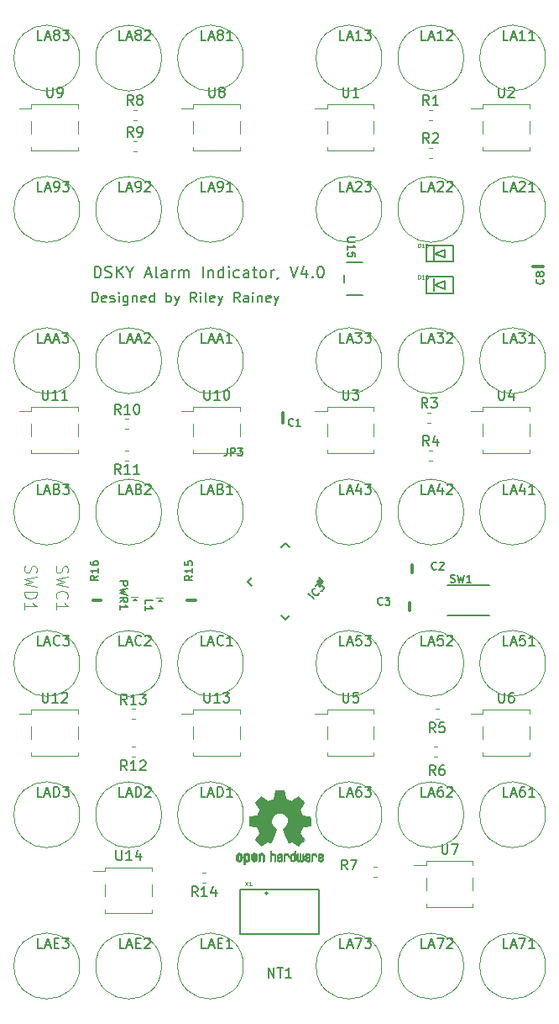
<source format=gbr>
G04 #@! TF.GenerationSoftware,KiCad,Pcbnew,(5.1.5)-3*
G04 #@! TF.CreationDate,2020-03-07T08:42:07-06:00*
G04 #@! TF.ProjectId,DSKY_alarm,44534b59-5f61-46c6-9172-6d2e6b696361,4*
G04 #@! TF.SameCoordinates,Original*
G04 #@! TF.FileFunction,Legend,Top*
G04 #@! TF.FilePolarity,Positive*
%FSLAX46Y46*%
G04 Gerber Fmt 4.6, Leading zero omitted, Abs format (unit mm)*
G04 Created by KiCad (PCBNEW (5.1.5)-3) date 2020-03-07 08:42:07*
%MOMM*%
%LPD*%
G04 APERTURE LIST*
%ADD10C,0.127000*%
%ADD11C,0.152400*%
%ADD12C,0.010000*%
%ADD13C,0.130000*%
%ADD14C,0.120000*%
%ADD15C,0.203200*%
%ADD16C,0.304800*%
%ADD17C,0.100000*%
%ADD18C,0.150000*%
%ADD19C,0.015000*%
%ADD20C,0.138988*%
%ADD21C,0.120650*%
%ADD22C,0.030886*%
G04 APERTURE END LIST*
D10*
X90337857Y-77922380D02*
X90337857Y-76922380D01*
X90575952Y-76922380D01*
X90718809Y-76970000D01*
X90814047Y-77065238D01*
X90861666Y-77160476D01*
X90909285Y-77350952D01*
X90909285Y-77493809D01*
X90861666Y-77684285D01*
X90814047Y-77779523D01*
X90718809Y-77874761D01*
X90575952Y-77922380D01*
X90337857Y-77922380D01*
X91718809Y-77874761D02*
X91623571Y-77922380D01*
X91433095Y-77922380D01*
X91337857Y-77874761D01*
X91290238Y-77779523D01*
X91290238Y-77398571D01*
X91337857Y-77303333D01*
X91433095Y-77255714D01*
X91623571Y-77255714D01*
X91718809Y-77303333D01*
X91766428Y-77398571D01*
X91766428Y-77493809D01*
X91290238Y-77589047D01*
X92147380Y-77874761D02*
X92242619Y-77922380D01*
X92433095Y-77922380D01*
X92528333Y-77874761D01*
X92575952Y-77779523D01*
X92575952Y-77731904D01*
X92528333Y-77636666D01*
X92433095Y-77589047D01*
X92290238Y-77589047D01*
X92195000Y-77541428D01*
X92147380Y-77446190D01*
X92147380Y-77398571D01*
X92195000Y-77303333D01*
X92290238Y-77255714D01*
X92433095Y-77255714D01*
X92528333Y-77303333D01*
X93004523Y-77922380D02*
X93004523Y-77255714D01*
X93004523Y-76922380D02*
X92956904Y-76970000D01*
X93004523Y-77017619D01*
X93052142Y-76970000D01*
X93004523Y-76922380D01*
X93004523Y-77017619D01*
X93909285Y-77255714D02*
X93909285Y-78065238D01*
X93861666Y-78160476D01*
X93814047Y-78208095D01*
X93718809Y-78255714D01*
X93575952Y-78255714D01*
X93480714Y-78208095D01*
X93909285Y-77874761D02*
X93814047Y-77922380D01*
X93623571Y-77922380D01*
X93528333Y-77874761D01*
X93480714Y-77827142D01*
X93433095Y-77731904D01*
X93433095Y-77446190D01*
X93480714Y-77350952D01*
X93528333Y-77303333D01*
X93623571Y-77255714D01*
X93814047Y-77255714D01*
X93909285Y-77303333D01*
X94385476Y-77255714D02*
X94385476Y-77922380D01*
X94385476Y-77350952D02*
X94433095Y-77303333D01*
X94528333Y-77255714D01*
X94671190Y-77255714D01*
X94766428Y-77303333D01*
X94814047Y-77398571D01*
X94814047Y-77922380D01*
X95671190Y-77874761D02*
X95575952Y-77922380D01*
X95385476Y-77922380D01*
X95290238Y-77874761D01*
X95242619Y-77779523D01*
X95242619Y-77398571D01*
X95290238Y-77303333D01*
X95385476Y-77255714D01*
X95575952Y-77255714D01*
X95671190Y-77303333D01*
X95718809Y-77398571D01*
X95718809Y-77493809D01*
X95242619Y-77589047D01*
X96575952Y-77922380D02*
X96575952Y-76922380D01*
X96575952Y-77874761D02*
X96480714Y-77922380D01*
X96290238Y-77922380D01*
X96195000Y-77874761D01*
X96147380Y-77827142D01*
X96099761Y-77731904D01*
X96099761Y-77446190D01*
X96147380Y-77350952D01*
X96195000Y-77303333D01*
X96290238Y-77255714D01*
X96480714Y-77255714D01*
X96575952Y-77303333D01*
X97814047Y-77922380D02*
X97814047Y-76922380D01*
X97814047Y-77303333D02*
X97909285Y-77255714D01*
X98099761Y-77255714D01*
X98195000Y-77303333D01*
X98242619Y-77350952D01*
X98290238Y-77446190D01*
X98290238Y-77731904D01*
X98242619Y-77827142D01*
X98195000Y-77874761D01*
X98099761Y-77922380D01*
X97909285Y-77922380D01*
X97814047Y-77874761D01*
X98623571Y-77255714D02*
X98861666Y-77922380D01*
X99099761Y-77255714D02*
X98861666Y-77922380D01*
X98766428Y-78160476D01*
X98718809Y-78208095D01*
X98623571Y-78255714D01*
X100814047Y-77922380D02*
X100480714Y-77446190D01*
X100242619Y-77922380D02*
X100242619Y-76922380D01*
X100623571Y-76922380D01*
X100718809Y-76970000D01*
X100766428Y-77017619D01*
X100814047Y-77112857D01*
X100814047Y-77255714D01*
X100766428Y-77350952D01*
X100718809Y-77398571D01*
X100623571Y-77446190D01*
X100242619Y-77446190D01*
X101242619Y-77922380D02*
X101242619Y-77255714D01*
X101242619Y-76922380D02*
X101195000Y-76970000D01*
X101242619Y-77017619D01*
X101290238Y-76970000D01*
X101242619Y-76922380D01*
X101242619Y-77017619D01*
X101861666Y-77922380D02*
X101766428Y-77874761D01*
X101718809Y-77779523D01*
X101718809Y-76922380D01*
X102623571Y-77874761D02*
X102528333Y-77922380D01*
X102337857Y-77922380D01*
X102242619Y-77874761D01*
X102195000Y-77779523D01*
X102195000Y-77398571D01*
X102242619Y-77303333D01*
X102337857Y-77255714D01*
X102528333Y-77255714D01*
X102623571Y-77303333D01*
X102671190Y-77398571D01*
X102671190Y-77493809D01*
X102195000Y-77589047D01*
X103004523Y-77255714D02*
X103242619Y-77922380D01*
X103480714Y-77255714D02*
X103242619Y-77922380D01*
X103147380Y-78160476D01*
X103099761Y-78208095D01*
X103004523Y-78255714D01*
X105195000Y-77922380D02*
X104861666Y-77446190D01*
X104623571Y-77922380D02*
X104623571Y-76922380D01*
X105004523Y-76922380D01*
X105099761Y-76970000D01*
X105147380Y-77017619D01*
X105195000Y-77112857D01*
X105195000Y-77255714D01*
X105147380Y-77350952D01*
X105099761Y-77398571D01*
X105004523Y-77446190D01*
X104623571Y-77446190D01*
X106052142Y-77922380D02*
X106052142Y-77398571D01*
X106004523Y-77303333D01*
X105909285Y-77255714D01*
X105718809Y-77255714D01*
X105623571Y-77303333D01*
X106052142Y-77874761D02*
X105956904Y-77922380D01*
X105718809Y-77922380D01*
X105623571Y-77874761D01*
X105575952Y-77779523D01*
X105575952Y-77684285D01*
X105623571Y-77589047D01*
X105718809Y-77541428D01*
X105956904Y-77541428D01*
X106052142Y-77493809D01*
X106528333Y-77922380D02*
X106528333Y-77255714D01*
X106528333Y-76922380D02*
X106480714Y-76970000D01*
X106528333Y-77017619D01*
X106575952Y-76970000D01*
X106528333Y-76922380D01*
X106528333Y-77017619D01*
X107004523Y-77255714D02*
X107004523Y-77922380D01*
X107004523Y-77350952D02*
X107052142Y-77303333D01*
X107147380Y-77255714D01*
X107290238Y-77255714D01*
X107385476Y-77303333D01*
X107433095Y-77398571D01*
X107433095Y-77922380D01*
X108290238Y-77874761D02*
X108195000Y-77922380D01*
X108004523Y-77922380D01*
X107909285Y-77874761D01*
X107861666Y-77779523D01*
X107861666Y-77398571D01*
X107909285Y-77303333D01*
X108004523Y-77255714D01*
X108195000Y-77255714D01*
X108290238Y-77303333D01*
X108337857Y-77398571D01*
X108337857Y-77493809D01*
X107861666Y-77589047D01*
X108671190Y-77255714D02*
X108909285Y-77922380D01*
X109147380Y-77255714D02*
X108909285Y-77922380D01*
X108814047Y-78160476D01*
X108766428Y-78208095D01*
X108671190Y-78255714D01*
D11*
X90541202Y-75447071D02*
X90541202Y-74304071D01*
X90813345Y-74304071D01*
X90976631Y-74358500D01*
X91085488Y-74467357D01*
X91139917Y-74576214D01*
X91194345Y-74793928D01*
X91194345Y-74957214D01*
X91139917Y-75174928D01*
X91085488Y-75283785D01*
X90976631Y-75392642D01*
X90813345Y-75447071D01*
X90541202Y-75447071D01*
X91629774Y-75392642D02*
X91793060Y-75447071D01*
X92065202Y-75447071D01*
X92174060Y-75392642D01*
X92228488Y-75338214D01*
X92282917Y-75229357D01*
X92282917Y-75120500D01*
X92228488Y-75011642D01*
X92174060Y-74957214D01*
X92065202Y-74902785D01*
X91847488Y-74848357D01*
X91738631Y-74793928D01*
X91684202Y-74739500D01*
X91629774Y-74630642D01*
X91629774Y-74521785D01*
X91684202Y-74412928D01*
X91738631Y-74358500D01*
X91847488Y-74304071D01*
X92119631Y-74304071D01*
X92282917Y-74358500D01*
X92772774Y-75447071D02*
X92772774Y-74304071D01*
X93425917Y-75447071D02*
X92936060Y-74793928D01*
X93425917Y-74304071D02*
X92772774Y-74957214D01*
X94133488Y-74902785D02*
X94133488Y-75447071D01*
X93752488Y-74304071D02*
X94133488Y-74902785D01*
X94514488Y-74304071D01*
X95711917Y-75120500D02*
X96256202Y-75120500D01*
X95603060Y-75447071D02*
X95984060Y-74304071D01*
X96365060Y-75447071D01*
X96909345Y-75447071D02*
X96800488Y-75392642D01*
X96746060Y-75283785D01*
X96746060Y-74304071D01*
X97834631Y-75447071D02*
X97834631Y-74848357D01*
X97780202Y-74739500D01*
X97671345Y-74685071D01*
X97453631Y-74685071D01*
X97344774Y-74739500D01*
X97834631Y-75392642D02*
X97725774Y-75447071D01*
X97453631Y-75447071D01*
X97344774Y-75392642D01*
X97290345Y-75283785D01*
X97290345Y-75174928D01*
X97344774Y-75066071D01*
X97453631Y-75011642D01*
X97725774Y-75011642D01*
X97834631Y-74957214D01*
X98378917Y-75447071D02*
X98378917Y-74685071D01*
X98378917Y-74902785D02*
X98433345Y-74793928D01*
X98487774Y-74739500D01*
X98596631Y-74685071D01*
X98705488Y-74685071D01*
X99086488Y-75447071D02*
X99086488Y-74685071D01*
X99086488Y-74793928D02*
X99140917Y-74739500D01*
X99249774Y-74685071D01*
X99413060Y-74685071D01*
X99521917Y-74739500D01*
X99576345Y-74848357D01*
X99576345Y-75447071D01*
X99576345Y-74848357D02*
X99630774Y-74739500D01*
X99739631Y-74685071D01*
X99902917Y-74685071D01*
X100011774Y-74739500D01*
X100066202Y-74848357D01*
X100066202Y-75447071D01*
X101481345Y-75447071D02*
X101481345Y-74304071D01*
X102025631Y-74685071D02*
X102025631Y-75447071D01*
X102025631Y-74793928D02*
X102080060Y-74739500D01*
X102188917Y-74685071D01*
X102352202Y-74685071D01*
X102461060Y-74739500D01*
X102515488Y-74848357D01*
X102515488Y-75447071D01*
X103549631Y-75447071D02*
X103549631Y-74304071D01*
X103549631Y-75392642D02*
X103440774Y-75447071D01*
X103223060Y-75447071D01*
X103114202Y-75392642D01*
X103059774Y-75338214D01*
X103005345Y-75229357D01*
X103005345Y-74902785D01*
X103059774Y-74793928D01*
X103114202Y-74739500D01*
X103223060Y-74685071D01*
X103440774Y-74685071D01*
X103549631Y-74739500D01*
X104093917Y-75447071D02*
X104093917Y-74685071D01*
X104093917Y-74304071D02*
X104039488Y-74358500D01*
X104093917Y-74412928D01*
X104148345Y-74358500D01*
X104093917Y-74304071D01*
X104093917Y-74412928D01*
X105128060Y-75392642D02*
X105019202Y-75447071D01*
X104801488Y-75447071D01*
X104692631Y-75392642D01*
X104638202Y-75338214D01*
X104583774Y-75229357D01*
X104583774Y-74902785D01*
X104638202Y-74793928D01*
X104692631Y-74739500D01*
X104801488Y-74685071D01*
X105019202Y-74685071D01*
X105128060Y-74739500D01*
X106107774Y-75447071D02*
X106107774Y-74848357D01*
X106053345Y-74739500D01*
X105944488Y-74685071D01*
X105726774Y-74685071D01*
X105617917Y-74739500D01*
X106107774Y-75392642D02*
X105998917Y-75447071D01*
X105726774Y-75447071D01*
X105617917Y-75392642D01*
X105563488Y-75283785D01*
X105563488Y-75174928D01*
X105617917Y-75066071D01*
X105726774Y-75011642D01*
X105998917Y-75011642D01*
X106107774Y-74957214D01*
X106488774Y-74685071D02*
X106924202Y-74685071D01*
X106652060Y-74304071D02*
X106652060Y-75283785D01*
X106706488Y-75392642D01*
X106815345Y-75447071D01*
X106924202Y-75447071D01*
X107468488Y-75447071D02*
X107359631Y-75392642D01*
X107305202Y-75338214D01*
X107250774Y-75229357D01*
X107250774Y-74902785D01*
X107305202Y-74793928D01*
X107359631Y-74739500D01*
X107468488Y-74685071D01*
X107631774Y-74685071D01*
X107740631Y-74739500D01*
X107795060Y-74793928D01*
X107849488Y-74902785D01*
X107849488Y-75229357D01*
X107795060Y-75338214D01*
X107740631Y-75392642D01*
X107631774Y-75447071D01*
X107468488Y-75447071D01*
X108339345Y-75447071D02*
X108339345Y-74685071D01*
X108339345Y-74902785D02*
X108393774Y-74793928D01*
X108448202Y-74739500D01*
X108557060Y-74685071D01*
X108665917Y-74685071D01*
X109101345Y-75392642D02*
X109101345Y-75447071D01*
X109046917Y-75555928D01*
X108992488Y-75610357D01*
X110298774Y-74304071D02*
X110679774Y-75447071D01*
X111060774Y-74304071D01*
X111931631Y-74685071D02*
X111931631Y-75447071D01*
X111659488Y-74249642D02*
X111387345Y-75066071D01*
X112094917Y-75066071D01*
X112530345Y-75338214D02*
X112584774Y-75392642D01*
X112530345Y-75447071D01*
X112475917Y-75392642D01*
X112530345Y-75338214D01*
X112530345Y-75447071D01*
X113292345Y-74304071D02*
X113401202Y-74304071D01*
X113510060Y-74358500D01*
X113564488Y-74412928D01*
X113618917Y-74521785D01*
X113673345Y-74739500D01*
X113673345Y-75011642D01*
X113618917Y-75229357D01*
X113564488Y-75338214D01*
X113510060Y-75392642D01*
X113401202Y-75447071D01*
X113292345Y-75447071D01*
X113183488Y-75392642D01*
X113129060Y-75338214D01*
X113074631Y-75229357D01*
X113020202Y-75011642D01*
X113020202Y-74739500D01*
X113074631Y-74521785D01*
X113129060Y-74412928D01*
X113183488Y-74358500D01*
X113292345Y-74304071D01*
D12*
G36*
X109359878Y-127097776D02*
G01*
X109465612Y-127098355D01*
X109542132Y-127099922D01*
X109594372Y-127102972D01*
X109627263Y-127107996D01*
X109645737Y-127115489D01*
X109654727Y-127125944D01*
X109659163Y-127139853D01*
X109659594Y-127141654D01*
X109666333Y-127174145D01*
X109678808Y-127238252D01*
X109695719Y-127327151D01*
X109715771Y-127434019D01*
X109737664Y-127552033D01*
X109738429Y-127556178D01*
X109760359Y-127671831D01*
X109780877Y-127774014D01*
X109798659Y-127856598D01*
X109812381Y-127913456D01*
X109820718Y-127938458D01*
X109821116Y-127938901D01*
X109845677Y-127951110D01*
X109896315Y-127971456D01*
X109962095Y-127995545D01*
X109962461Y-127995674D01*
X110045317Y-128026818D01*
X110143000Y-128066491D01*
X110235077Y-128106381D01*
X110239434Y-128108353D01*
X110389407Y-128176420D01*
X110721498Y-127949639D01*
X110823374Y-127880504D01*
X110915657Y-127818697D01*
X110993003Y-127767733D01*
X111050064Y-127731127D01*
X111081495Y-127712394D01*
X111084479Y-127711004D01*
X111107321Y-127717190D01*
X111149982Y-127747035D01*
X111214128Y-127801947D01*
X111301421Y-127883334D01*
X111390535Y-127969922D01*
X111476441Y-128055247D01*
X111553327Y-128133108D01*
X111616564Y-128198697D01*
X111661523Y-128247205D01*
X111683576Y-128273825D01*
X111684396Y-128275195D01*
X111686834Y-128293463D01*
X111677650Y-128323295D01*
X111654574Y-128368721D01*
X111615337Y-128433770D01*
X111557670Y-128522470D01*
X111480795Y-128636657D01*
X111412570Y-128737162D01*
X111351582Y-128827303D01*
X111301356Y-128901849D01*
X111265416Y-128955565D01*
X111247287Y-128983218D01*
X111246146Y-128985095D01*
X111248359Y-129011590D01*
X111265138Y-129063086D01*
X111293142Y-129129851D01*
X111303122Y-129151172D01*
X111346672Y-129246159D01*
X111393134Y-129353937D01*
X111430877Y-129447192D01*
X111458073Y-129516406D01*
X111479675Y-129569006D01*
X111492158Y-129596497D01*
X111493709Y-129598616D01*
X111516668Y-129602124D01*
X111570786Y-129611738D01*
X111648868Y-129626089D01*
X111743719Y-129643807D01*
X111848143Y-129663525D01*
X111954944Y-129683874D01*
X112056926Y-129703486D01*
X112146894Y-129720991D01*
X112217653Y-129735022D01*
X112262006Y-129744209D01*
X112272885Y-129746807D01*
X112284122Y-129753218D01*
X112292605Y-129767697D01*
X112298714Y-129795133D01*
X112302832Y-129840411D01*
X112305341Y-129908420D01*
X112306621Y-130004047D01*
X112307054Y-130132180D01*
X112307077Y-130184701D01*
X112307077Y-130611845D01*
X112204500Y-130632091D01*
X112147431Y-130643070D01*
X112062269Y-130659095D01*
X111959372Y-130678233D01*
X111849096Y-130698551D01*
X111818615Y-130704132D01*
X111716855Y-130723917D01*
X111628205Y-130743373D01*
X111560108Y-130760697D01*
X111520004Y-130774088D01*
X111513323Y-130778079D01*
X111496919Y-130806342D01*
X111473399Y-130861109D01*
X111447316Y-130931588D01*
X111442142Y-130946769D01*
X111407956Y-131040896D01*
X111365523Y-131147101D01*
X111323997Y-131242473D01*
X111323792Y-131242916D01*
X111254640Y-131392525D01*
X111709512Y-132061617D01*
X111417500Y-132354116D01*
X111329180Y-132441170D01*
X111248625Y-132517909D01*
X111180360Y-132580237D01*
X111128908Y-132624056D01*
X111098794Y-132645270D01*
X111094474Y-132646616D01*
X111069111Y-132636016D01*
X111017358Y-132606547D01*
X110944868Y-132561705D01*
X110857294Y-132504984D01*
X110762612Y-132441462D01*
X110666516Y-132376668D01*
X110580837Y-132320287D01*
X110511016Y-132275788D01*
X110462494Y-132246639D01*
X110440782Y-132236308D01*
X110414293Y-132245050D01*
X110364062Y-132268087D01*
X110300451Y-132300631D01*
X110293708Y-132304249D01*
X110208046Y-132347210D01*
X110149306Y-132368279D01*
X110112772Y-132368503D01*
X110093731Y-132348928D01*
X110093620Y-132348654D01*
X110084102Y-132325472D01*
X110061403Y-132270441D01*
X110027282Y-132187822D01*
X109983500Y-132081872D01*
X109931816Y-131956852D01*
X109873992Y-131817020D01*
X109817991Y-131681637D01*
X109756447Y-131532234D01*
X109699939Y-131393832D01*
X109650161Y-131270673D01*
X109608806Y-131167002D01*
X109577568Y-131087059D01*
X109558141Y-131035088D01*
X109552154Y-131015692D01*
X109567168Y-130993443D01*
X109606439Y-130957982D01*
X109658807Y-130918887D01*
X109807941Y-130795245D01*
X109924511Y-130653522D01*
X110007118Y-130496704D01*
X110054366Y-130327775D01*
X110064857Y-130149722D01*
X110057231Y-130067539D01*
X110015682Y-129897031D01*
X109944123Y-129746459D01*
X109846995Y-129617309D01*
X109728734Y-129511064D01*
X109593780Y-129429210D01*
X109446571Y-129373232D01*
X109291544Y-129344615D01*
X109133139Y-129344844D01*
X108975794Y-129375405D01*
X108823946Y-129437782D01*
X108682035Y-129533460D01*
X108622803Y-129587572D01*
X108509203Y-129726520D01*
X108430106Y-129878361D01*
X108384986Y-130038667D01*
X108373316Y-130203012D01*
X108394569Y-130366971D01*
X108448220Y-130526118D01*
X108533740Y-130676025D01*
X108650605Y-130812267D01*
X108781193Y-130918887D01*
X108835588Y-130959642D01*
X108874014Y-130994718D01*
X108887846Y-131015726D01*
X108880603Y-131038635D01*
X108860005Y-131093365D01*
X108827746Y-131175672D01*
X108785521Y-131281315D01*
X108735023Y-131406050D01*
X108677948Y-131545636D01*
X108621854Y-131681670D01*
X108559967Y-131831201D01*
X108502644Y-131969767D01*
X108451644Y-132093107D01*
X108408727Y-132196964D01*
X108375653Y-132277080D01*
X108354181Y-132329195D01*
X108346225Y-132348654D01*
X108327429Y-132368423D01*
X108291074Y-132368365D01*
X108232479Y-132347441D01*
X108146968Y-132304613D01*
X108146292Y-132304249D01*
X108081907Y-132271012D01*
X108029861Y-132246802D01*
X108000512Y-132236404D01*
X107999217Y-132236308D01*
X107977124Y-132246855D01*
X107928348Y-132276184D01*
X107858331Y-132320827D01*
X107772514Y-132377314D01*
X107677388Y-132441462D01*
X107580540Y-132506411D01*
X107493253Y-132562896D01*
X107421181Y-132607421D01*
X107369977Y-132636490D01*
X107345526Y-132646616D01*
X107323010Y-132633307D01*
X107277742Y-132596112D01*
X107214244Y-132539128D01*
X107137039Y-132466449D01*
X107050651Y-132382171D01*
X107022399Y-132354016D01*
X106730287Y-132061416D01*
X106952631Y-131735104D01*
X107020202Y-131634897D01*
X107079507Y-131544963D01*
X107127217Y-131470510D01*
X107160007Y-131416751D01*
X107174548Y-131388894D01*
X107174974Y-131386912D01*
X107167308Y-131360655D01*
X107146689Y-131307837D01*
X107116685Y-131237310D01*
X107095625Y-131190093D01*
X107056248Y-131099694D01*
X107019165Y-131008366D01*
X106990415Y-130931200D01*
X106982605Y-130907692D01*
X106960417Y-130844916D01*
X106938727Y-130796411D01*
X106926813Y-130778079D01*
X106900523Y-130766859D01*
X106843142Y-130750954D01*
X106762118Y-130732167D01*
X106664895Y-130712299D01*
X106621385Y-130704132D01*
X106510896Y-130683829D01*
X106404916Y-130664170D01*
X106313801Y-130647088D01*
X106247908Y-130634518D01*
X106235500Y-130632091D01*
X106132923Y-130611845D01*
X106132923Y-130184701D01*
X106133153Y-130044246D01*
X106134099Y-129937979D01*
X106136141Y-129861013D01*
X106139662Y-129808460D01*
X106145043Y-129775433D01*
X106152666Y-129757045D01*
X106162912Y-129748408D01*
X106167115Y-129746807D01*
X106192470Y-129741127D01*
X106248484Y-129729795D01*
X106327964Y-129714179D01*
X106423712Y-129695647D01*
X106528533Y-129675569D01*
X106635232Y-129655312D01*
X106736613Y-129636246D01*
X106825479Y-129619739D01*
X106894637Y-129607159D01*
X106936889Y-129599875D01*
X106946290Y-129598616D01*
X106954807Y-129581763D01*
X106973660Y-129536870D01*
X106999324Y-129472430D01*
X107009123Y-129447192D01*
X107048648Y-129349686D01*
X107095192Y-129241959D01*
X107136877Y-129151172D01*
X107167550Y-129081753D01*
X107187956Y-129024710D01*
X107194768Y-128989777D01*
X107193682Y-128985095D01*
X107179285Y-128962991D01*
X107146412Y-128913831D01*
X107098590Y-128842848D01*
X107039348Y-128755278D01*
X106972215Y-128656357D01*
X106958941Y-128636830D01*
X106881046Y-128521140D01*
X106823787Y-128433044D01*
X106784881Y-128368486D01*
X106762044Y-128323411D01*
X106752994Y-128293763D01*
X106755448Y-128275485D01*
X106755511Y-128275369D01*
X106774827Y-128251361D01*
X106817551Y-128204947D01*
X106879051Y-128140937D01*
X106954698Y-128064145D01*
X107039861Y-127979382D01*
X107049465Y-127969922D01*
X107156790Y-127865989D01*
X107239615Y-127789675D01*
X107299605Y-127739571D01*
X107338423Y-127714270D01*
X107355520Y-127711004D01*
X107380473Y-127725250D01*
X107432255Y-127758156D01*
X107505520Y-127806208D01*
X107594920Y-127865890D01*
X107695111Y-127933688D01*
X107718501Y-127949639D01*
X108050593Y-128176420D01*
X108200565Y-128108353D01*
X108291770Y-128068685D01*
X108389669Y-128028791D01*
X108473831Y-127996983D01*
X108477538Y-127995674D01*
X108543369Y-127971576D01*
X108594116Y-127951200D01*
X108618842Y-127938936D01*
X108618884Y-127938901D01*
X108626729Y-127916734D01*
X108640066Y-127862217D01*
X108657570Y-127781480D01*
X108677917Y-127680650D01*
X108699782Y-127565856D01*
X108701571Y-127556178D01*
X108723504Y-127437904D01*
X108743640Y-127330542D01*
X108760680Y-127240917D01*
X108773328Y-127175851D01*
X108780284Y-127142168D01*
X108780406Y-127141654D01*
X108784639Y-127127325D01*
X108792871Y-127116507D01*
X108810033Y-127108706D01*
X108841058Y-127103429D01*
X108890878Y-127100182D01*
X108964424Y-127098472D01*
X109066629Y-127097807D01*
X109202425Y-127097693D01*
X109220000Y-127097692D01*
X109359878Y-127097776D01*
G37*
X109359878Y-127097776D02*
X109465612Y-127098355D01*
X109542132Y-127099922D01*
X109594372Y-127102972D01*
X109627263Y-127107996D01*
X109645737Y-127115489D01*
X109654727Y-127125944D01*
X109659163Y-127139853D01*
X109659594Y-127141654D01*
X109666333Y-127174145D01*
X109678808Y-127238252D01*
X109695719Y-127327151D01*
X109715771Y-127434019D01*
X109737664Y-127552033D01*
X109738429Y-127556178D01*
X109760359Y-127671831D01*
X109780877Y-127774014D01*
X109798659Y-127856598D01*
X109812381Y-127913456D01*
X109820718Y-127938458D01*
X109821116Y-127938901D01*
X109845677Y-127951110D01*
X109896315Y-127971456D01*
X109962095Y-127995545D01*
X109962461Y-127995674D01*
X110045317Y-128026818D01*
X110143000Y-128066491D01*
X110235077Y-128106381D01*
X110239434Y-128108353D01*
X110389407Y-128176420D01*
X110721498Y-127949639D01*
X110823374Y-127880504D01*
X110915657Y-127818697D01*
X110993003Y-127767733D01*
X111050064Y-127731127D01*
X111081495Y-127712394D01*
X111084479Y-127711004D01*
X111107321Y-127717190D01*
X111149982Y-127747035D01*
X111214128Y-127801947D01*
X111301421Y-127883334D01*
X111390535Y-127969922D01*
X111476441Y-128055247D01*
X111553327Y-128133108D01*
X111616564Y-128198697D01*
X111661523Y-128247205D01*
X111683576Y-128273825D01*
X111684396Y-128275195D01*
X111686834Y-128293463D01*
X111677650Y-128323295D01*
X111654574Y-128368721D01*
X111615337Y-128433770D01*
X111557670Y-128522470D01*
X111480795Y-128636657D01*
X111412570Y-128737162D01*
X111351582Y-128827303D01*
X111301356Y-128901849D01*
X111265416Y-128955565D01*
X111247287Y-128983218D01*
X111246146Y-128985095D01*
X111248359Y-129011590D01*
X111265138Y-129063086D01*
X111293142Y-129129851D01*
X111303122Y-129151172D01*
X111346672Y-129246159D01*
X111393134Y-129353937D01*
X111430877Y-129447192D01*
X111458073Y-129516406D01*
X111479675Y-129569006D01*
X111492158Y-129596497D01*
X111493709Y-129598616D01*
X111516668Y-129602124D01*
X111570786Y-129611738D01*
X111648868Y-129626089D01*
X111743719Y-129643807D01*
X111848143Y-129663525D01*
X111954944Y-129683874D01*
X112056926Y-129703486D01*
X112146894Y-129720991D01*
X112217653Y-129735022D01*
X112262006Y-129744209D01*
X112272885Y-129746807D01*
X112284122Y-129753218D01*
X112292605Y-129767697D01*
X112298714Y-129795133D01*
X112302832Y-129840411D01*
X112305341Y-129908420D01*
X112306621Y-130004047D01*
X112307054Y-130132180D01*
X112307077Y-130184701D01*
X112307077Y-130611845D01*
X112204500Y-130632091D01*
X112147431Y-130643070D01*
X112062269Y-130659095D01*
X111959372Y-130678233D01*
X111849096Y-130698551D01*
X111818615Y-130704132D01*
X111716855Y-130723917D01*
X111628205Y-130743373D01*
X111560108Y-130760697D01*
X111520004Y-130774088D01*
X111513323Y-130778079D01*
X111496919Y-130806342D01*
X111473399Y-130861109D01*
X111447316Y-130931588D01*
X111442142Y-130946769D01*
X111407956Y-131040896D01*
X111365523Y-131147101D01*
X111323997Y-131242473D01*
X111323792Y-131242916D01*
X111254640Y-131392525D01*
X111709512Y-132061617D01*
X111417500Y-132354116D01*
X111329180Y-132441170D01*
X111248625Y-132517909D01*
X111180360Y-132580237D01*
X111128908Y-132624056D01*
X111098794Y-132645270D01*
X111094474Y-132646616D01*
X111069111Y-132636016D01*
X111017358Y-132606547D01*
X110944868Y-132561705D01*
X110857294Y-132504984D01*
X110762612Y-132441462D01*
X110666516Y-132376668D01*
X110580837Y-132320287D01*
X110511016Y-132275788D01*
X110462494Y-132246639D01*
X110440782Y-132236308D01*
X110414293Y-132245050D01*
X110364062Y-132268087D01*
X110300451Y-132300631D01*
X110293708Y-132304249D01*
X110208046Y-132347210D01*
X110149306Y-132368279D01*
X110112772Y-132368503D01*
X110093731Y-132348928D01*
X110093620Y-132348654D01*
X110084102Y-132325472D01*
X110061403Y-132270441D01*
X110027282Y-132187822D01*
X109983500Y-132081872D01*
X109931816Y-131956852D01*
X109873992Y-131817020D01*
X109817991Y-131681637D01*
X109756447Y-131532234D01*
X109699939Y-131393832D01*
X109650161Y-131270673D01*
X109608806Y-131167002D01*
X109577568Y-131087059D01*
X109558141Y-131035088D01*
X109552154Y-131015692D01*
X109567168Y-130993443D01*
X109606439Y-130957982D01*
X109658807Y-130918887D01*
X109807941Y-130795245D01*
X109924511Y-130653522D01*
X110007118Y-130496704D01*
X110054366Y-130327775D01*
X110064857Y-130149722D01*
X110057231Y-130067539D01*
X110015682Y-129897031D01*
X109944123Y-129746459D01*
X109846995Y-129617309D01*
X109728734Y-129511064D01*
X109593780Y-129429210D01*
X109446571Y-129373232D01*
X109291544Y-129344615D01*
X109133139Y-129344844D01*
X108975794Y-129375405D01*
X108823946Y-129437782D01*
X108682035Y-129533460D01*
X108622803Y-129587572D01*
X108509203Y-129726520D01*
X108430106Y-129878361D01*
X108384986Y-130038667D01*
X108373316Y-130203012D01*
X108394569Y-130366971D01*
X108448220Y-130526118D01*
X108533740Y-130676025D01*
X108650605Y-130812267D01*
X108781193Y-130918887D01*
X108835588Y-130959642D01*
X108874014Y-130994718D01*
X108887846Y-131015726D01*
X108880603Y-131038635D01*
X108860005Y-131093365D01*
X108827746Y-131175672D01*
X108785521Y-131281315D01*
X108735023Y-131406050D01*
X108677948Y-131545636D01*
X108621854Y-131681670D01*
X108559967Y-131831201D01*
X108502644Y-131969767D01*
X108451644Y-132093107D01*
X108408727Y-132196964D01*
X108375653Y-132277080D01*
X108354181Y-132329195D01*
X108346225Y-132348654D01*
X108327429Y-132368423D01*
X108291074Y-132368365D01*
X108232479Y-132347441D01*
X108146968Y-132304613D01*
X108146292Y-132304249D01*
X108081907Y-132271012D01*
X108029861Y-132246802D01*
X108000512Y-132236404D01*
X107999217Y-132236308D01*
X107977124Y-132246855D01*
X107928348Y-132276184D01*
X107858331Y-132320827D01*
X107772514Y-132377314D01*
X107677388Y-132441462D01*
X107580540Y-132506411D01*
X107493253Y-132562896D01*
X107421181Y-132607421D01*
X107369977Y-132636490D01*
X107345526Y-132646616D01*
X107323010Y-132633307D01*
X107277742Y-132596112D01*
X107214244Y-132539128D01*
X107137039Y-132466449D01*
X107050651Y-132382171D01*
X107022399Y-132354016D01*
X106730287Y-132061416D01*
X106952631Y-131735104D01*
X107020202Y-131634897D01*
X107079507Y-131544963D01*
X107127217Y-131470510D01*
X107160007Y-131416751D01*
X107174548Y-131388894D01*
X107174974Y-131386912D01*
X107167308Y-131360655D01*
X107146689Y-131307837D01*
X107116685Y-131237310D01*
X107095625Y-131190093D01*
X107056248Y-131099694D01*
X107019165Y-131008366D01*
X106990415Y-130931200D01*
X106982605Y-130907692D01*
X106960417Y-130844916D01*
X106938727Y-130796411D01*
X106926813Y-130778079D01*
X106900523Y-130766859D01*
X106843142Y-130750954D01*
X106762118Y-130732167D01*
X106664895Y-130712299D01*
X106621385Y-130704132D01*
X106510896Y-130683829D01*
X106404916Y-130664170D01*
X106313801Y-130647088D01*
X106247908Y-130634518D01*
X106235500Y-130632091D01*
X106132923Y-130611845D01*
X106132923Y-130184701D01*
X106133153Y-130044246D01*
X106134099Y-129937979D01*
X106136141Y-129861013D01*
X106139662Y-129808460D01*
X106145043Y-129775433D01*
X106152666Y-129757045D01*
X106162912Y-129748408D01*
X106167115Y-129746807D01*
X106192470Y-129741127D01*
X106248484Y-129729795D01*
X106327964Y-129714179D01*
X106423712Y-129695647D01*
X106528533Y-129675569D01*
X106635232Y-129655312D01*
X106736613Y-129636246D01*
X106825479Y-129619739D01*
X106894637Y-129607159D01*
X106936889Y-129599875D01*
X106946290Y-129598616D01*
X106954807Y-129581763D01*
X106973660Y-129536870D01*
X106999324Y-129472430D01*
X107009123Y-129447192D01*
X107048648Y-129349686D01*
X107095192Y-129241959D01*
X107136877Y-129151172D01*
X107167550Y-129081753D01*
X107187956Y-129024710D01*
X107194768Y-128989777D01*
X107193682Y-128985095D01*
X107179285Y-128962991D01*
X107146412Y-128913831D01*
X107098590Y-128842848D01*
X107039348Y-128755278D01*
X106972215Y-128656357D01*
X106958941Y-128636830D01*
X106881046Y-128521140D01*
X106823787Y-128433044D01*
X106784881Y-128368486D01*
X106762044Y-128323411D01*
X106752994Y-128293763D01*
X106755448Y-128275485D01*
X106755511Y-128275369D01*
X106774827Y-128251361D01*
X106817551Y-128204947D01*
X106879051Y-128140937D01*
X106954698Y-128064145D01*
X107039861Y-127979382D01*
X107049465Y-127969922D01*
X107156790Y-127865989D01*
X107239615Y-127789675D01*
X107299605Y-127739571D01*
X107338423Y-127714270D01*
X107355520Y-127711004D01*
X107380473Y-127725250D01*
X107432255Y-127758156D01*
X107505520Y-127806208D01*
X107594920Y-127865890D01*
X107695111Y-127933688D01*
X107718501Y-127949639D01*
X108050593Y-128176420D01*
X108200565Y-128108353D01*
X108291770Y-128068685D01*
X108389669Y-128028791D01*
X108473831Y-127996983D01*
X108477538Y-127995674D01*
X108543369Y-127971576D01*
X108594116Y-127951200D01*
X108618842Y-127938936D01*
X108618884Y-127938901D01*
X108626729Y-127916734D01*
X108640066Y-127862217D01*
X108657570Y-127781480D01*
X108677917Y-127680650D01*
X108699782Y-127565856D01*
X108701571Y-127556178D01*
X108723504Y-127437904D01*
X108743640Y-127330542D01*
X108760680Y-127240917D01*
X108773328Y-127175851D01*
X108780284Y-127142168D01*
X108780406Y-127141654D01*
X108784639Y-127127325D01*
X108792871Y-127116507D01*
X108810033Y-127108706D01*
X108841058Y-127103429D01*
X108890878Y-127100182D01*
X108964424Y-127098472D01*
X109066629Y-127097807D01*
X109202425Y-127097693D01*
X109220000Y-127097692D01*
X109359878Y-127097776D01*
G36*
X113465224Y-133457838D02*
G01*
X113542528Y-133508361D01*
X113579814Y-133553590D01*
X113609353Y-133635663D01*
X113611699Y-133700607D01*
X113606385Y-133787445D01*
X113406115Y-133875103D01*
X113308739Y-133919887D01*
X113245113Y-133955913D01*
X113212029Y-133987117D01*
X113206280Y-134017436D01*
X113224658Y-134050805D01*
X113244923Y-134072923D01*
X113303889Y-134108393D01*
X113368024Y-134110879D01*
X113426926Y-134083235D01*
X113470197Y-134028320D01*
X113477936Y-134008928D01*
X113515006Y-133948364D01*
X113557654Y-133922552D01*
X113616154Y-133900471D01*
X113616154Y-133984184D01*
X113610982Y-134041150D01*
X113590723Y-134089189D01*
X113548262Y-134144346D01*
X113541951Y-134151514D01*
X113494720Y-134200585D01*
X113454121Y-134226920D01*
X113403328Y-134239035D01*
X113361220Y-134243003D01*
X113285902Y-134243991D01*
X113232286Y-134231466D01*
X113198838Y-134212869D01*
X113146268Y-134171975D01*
X113109879Y-134127748D01*
X113086850Y-134072126D01*
X113074359Y-133997047D01*
X113069587Y-133894449D01*
X113069206Y-133842376D01*
X113070501Y-133779948D01*
X113188471Y-133779948D01*
X113189839Y-133813438D01*
X113193249Y-133818923D01*
X113215753Y-133811472D01*
X113264182Y-133791753D01*
X113328908Y-133763718D01*
X113342443Y-133757692D01*
X113424244Y-133716096D01*
X113469312Y-133679538D01*
X113479217Y-133645296D01*
X113455526Y-133610648D01*
X113435960Y-133595339D01*
X113365360Y-133564721D01*
X113299280Y-133569780D01*
X113243959Y-133607151D01*
X113205636Y-133673473D01*
X113193349Y-133726116D01*
X113188471Y-133779948D01*
X113070501Y-133779948D01*
X113071730Y-133720720D01*
X113081032Y-133630710D01*
X113099460Y-133565167D01*
X113129360Y-133516912D01*
X113173080Y-133478767D01*
X113192141Y-133466440D01*
X113278726Y-133434336D01*
X113373522Y-133432316D01*
X113465224Y-133457838D01*
G37*
X113465224Y-133457838D02*
X113542528Y-133508361D01*
X113579814Y-133553590D01*
X113609353Y-133635663D01*
X113611699Y-133700607D01*
X113606385Y-133787445D01*
X113406115Y-133875103D01*
X113308739Y-133919887D01*
X113245113Y-133955913D01*
X113212029Y-133987117D01*
X113206280Y-134017436D01*
X113224658Y-134050805D01*
X113244923Y-134072923D01*
X113303889Y-134108393D01*
X113368024Y-134110879D01*
X113426926Y-134083235D01*
X113470197Y-134028320D01*
X113477936Y-134008928D01*
X113515006Y-133948364D01*
X113557654Y-133922552D01*
X113616154Y-133900471D01*
X113616154Y-133984184D01*
X113610982Y-134041150D01*
X113590723Y-134089189D01*
X113548262Y-134144346D01*
X113541951Y-134151514D01*
X113494720Y-134200585D01*
X113454121Y-134226920D01*
X113403328Y-134239035D01*
X113361220Y-134243003D01*
X113285902Y-134243991D01*
X113232286Y-134231466D01*
X113198838Y-134212869D01*
X113146268Y-134171975D01*
X113109879Y-134127748D01*
X113086850Y-134072126D01*
X113074359Y-133997047D01*
X113069587Y-133894449D01*
X113069206Y-133842376D01*
X113070501Y-133779948D01*
X113188471Y-133779948D01*
X113189839Y-133813438D01*
X113193249Y-133818923D01*
X113215753Y-133811472D01*
X113264182Y-133791753D01*
X113328908Y-133763718D01*
X113342443Y-133757692D01*
X113424244Y-133716096D01*
X113469312Y-133679538D01*
X113479217Y-133645296D01*
X113455526Y-133610648D01*
X113435960Y-133595339D01*
X113365360Y-133564721D01*
X113299280Y-133569780D01*
X113243959Y-133607151D01*
X113205636Y-133673473D01*
X113193349Y-133726116D01*
X113188471Y-133779948D01*
X113070501Y-133779948D01*
X113071730Y-133720720D01*
X113081032Y-133630710D01*
X113099460Y-133565167D01*
X113129360Y-133516912D01*
X113173080Y-133478767D01*
X113192141Y-133466440D01*
X113278726Y-133434336D01*
X113373522Y-133432316D01*
X113465224Y-133457838D01*
G36*
X112790807Y-133446782D02*
G01*
X112814161Y-133456988D01*
X112869902Y-133501134D01*
X112917569Y-133564967D01*
X112947048Y-133633087D01*
X112951846Y-133666670D01*
X112935760Y-133713556D01*
X112900475Y-133738365D01*
X112862644Y-133753387D01*
X112845321Y-133756155D01*
X112836886Y-133736066D01*
X112820230Y-133692351D01*
X112812923Y-133672598D01*
X112771948Y-133604271D01*
X112712622Y-133570191D01*
X112636552Y-133571239D01*
X112630918Y-133572581D01*
X112590305Y-133591836D01*
X112560448Y-133629375D01*
X112540055Y-133689809D01*
X112527836Y-133777751D01*
X112522500Y-133897813D01*
X112522000Y-133961698D01*
X112521752Y-134062403D01*
X112520126Y-134131054D01*
X112515801Y-134174673D01*
X112507454Y-134200282D01*
X112493765Y-134214903D01*
X112473411Y-134225558D01*
X112472234Y-134226095D01*
X112433038Y-134242667D01*
X112413619Y-134248769D01*
X112410635Y-134230319D01*
X112408081Y-134179323D01*
X112406140Y-134102308D01*
X112404997Y-134005805D01*
X112404769Y-133935184D01*
X112405932Y-133798525D01*
X112410479Y-133694851D01*
X112419999Y-133618108D01*
X112436081Y-133562246D01*
X112460313Y-133521212D01*
X112494286Y-133488954D01*
X112527833Y-133466440D01*
X112608499Y-133436476D01*
X112702381Y-133429718D01*
X112790807Y-133446782D01*
G37*
X112790807Y-133446782D02*
X112814161Y-133456988D01*
X112869902Y-133501134D01*
X112917569Y-133564967D01*
X112947048Y-133633087D01*
X112951846Y-133666670D01*
X112935760Y-133713556D01*
X112900475Y-133738365D01*
X112862644Y-133753387D01*
X112845321Y-133756155D01*
X112836886Y-133736066D01*
X112820230Y-133692351D01*
X112812923Y-133672598D01*
X112771948Y-133604271D01*
X112712622Y-133570191D01*
X112636552Y-133571239D01*
X112630918Y-133572581D01*
X112590305Y-133591836D01*
X112560448Y-133629375D01*
X112540055Y-133689809D01*
X112527836Y-133777751D01*
X112522500Y-133897813D01*
X112522000Y-133961698D01*
X112521752Y-134062403D01*
X112520126Y-134131054D01*
X112515801Y-134174673D01*
X112507454Y-134200282D01*
X112493765Y-134214903D01*
X112473411Y-134225558D01*
X112472234Y-134226095D01*
X112433038Y-134242667D01*
X112413619Y-134248769D01*
X112410635Y-134230319D01*
X112408081Y-134179323D01*
X112406140Y-134102308D01*
X112404997Y-134005805D01*
X112404769Y-133935184D01*
X112405932Y-133798525D01*
X112410479Y-133694851D01*
X112419999Y-133618108D01*
X112436081Y-133562246D01*
X112460313Y-133521212D01*
X112494286Y-133488954D01*
X112527833Y-133466440D01*
X112608499Y-133436476D01*
X112702381Y-133429718D01*
X112790807Y-133446782D01*
G36*
X112107333Y-133443528D02*
G01*
X112163590Y-133469117D01*
X112207747Y-133500124D01*
X112240101Y-133534795D01*
X112262438Y-133579520D01*
X112276546Y-133640692D01*
X112284211Y-133724701D01*
X112287220Y-133837940D01*
X112287538Y-133912509D01*
X112287538Y-134203420D01*
X112237773Y-134226095D01*
X112198576Y-134242667D01*
X112179157Y-134248769D01*
X112175442Y-134230610D01*
X112172495Y-134181648D01*
X112170691Y-134110153D01*
X112170308Y-134053385D01*
X112168661Y-133971371D01*
X112164222Y-133906309D01*
X112157740Y-133866467D01*
X112152590Y-133858000D01*
X112117977Y-133866646D01*
X112063640Y-133888823D01*
X112000722Y-133918886D01*
X111940368Y-133951192D01*
X111893721Y-133980098D01*
X111871926Y-133999961D01*
X111871839Y-134000175D01*
X111873714Y-134036935D01*
X111890525Y-134072026D01*
X111920039Y-134100528D01*
X111963116Y-134110061D01*
X111999932Y-134108950D01*
X112052074Y-134108133D01*
X112079444Y-134120349D01*
X112095882Y-134152624D01*
X112097955Y-134158710D01*
X112105081Y-134204739D01*
X112086024Y-134232687D01*
X112036353Y-134246007D01*
X111982697Y-134248470D01*
X111886142Y-134230210D01*
X111836159Y-134204131D01*
X111774429Y-134142868D01*
X111741690Y-134067670D01*
X111738753Y-133988211D01*
X111766424Y-133914167D01*
X111808047Y-133867769D01*
X111849604Y-133841793D01*
X111914922Y-133808907D01*
X111991038Y-133775557D01*
X112003726Y-133770461D01*
X112087333Y-133733565D01*
X112135530Y-133701046D01*
X112151030Y-133668718D01*
X112136550Y-133632394D01*
X112111692Y-133604000D01*
X112052939Y-133569039D01*
X111988293Y-133566417D01*
X111929008Y-133593358D01*
X111886339Y-133647088D01*
X111880739Y-133660950D01*
X111848133Y-133711936D01*
X111800530Y-133749787D01*
X111740461Y-133780850D01*
X111740461Y-133692768D01*
X111743997Y-133638951D01*
X111759156Y-133596534D01*
X111792768Y-133551279D01*
X111825035Y-133516420D01*
X111875209Y-133467062D01*
X111914193Y-133440547D01*
X111956064Y-133429911D01*
X112003460Y-133428154D01*
X112107333Y-133443528D01*
G37*
X112107333Y-133443528D02*
X112163590Y-133469117D01*
X112207747Y-133500124D01*
X112240101Y-133534795D01*
X112262438Y-133579520D01*
X112276546Y-133640692D01*
X112284211Y-133724701D01*
X112287220Y-133837940D01*
X112287538Y-133912509D01*
X112287538Y-134203420D01*
X112237773Y-134226095D01*
X112198576Y-134242667D01*
X112179157Y-134248769D01*
X112175442Y-134230610D01*
X112172495Y-134181648D01*
X112170691Y-134110153D01*
X112170308Y-134053385D01*
X112168661Y-133971371D01*
X112164222Y-133906309D01*
X112157740Y-133866467D01*
X112152590Y-133858000D01*
X112117977Y-133866646D01*
X112063640Y-133888823D01*
X112000722Y-133918886D01*
X111940368Y-133951192D01*
X111893721Y-133980098D01*
X111871926Y-133999961D01*
X111871839Y-134000175D01*
X111873714Y-134036935D01*
X111890525Y-134072026D01*
X111920039Y-134100528D01*
X111963116Y-134110061D01*
X111999932Y-134108950D01*
X112052074Y-134108133D01*
X112079444Y-134120349D01*
X112095882Y-134152624D01*
X112097955Y-134158710D01*
X112105081Y-134204739D01*
X112086024Y-134232687D01*
X112036353Y-134246007D01*
X111982697Y-134248470D01*
X111886142Y-134230210D01*
X111836159Y-134204131D01*
X111774429Y-134142868D01*
X111741690Y-134067670D01*
X111738753Y-133988211D01*
X111766424Y-133914167D01*
X111808047Y-133867769D01*
X111849604Y-133841793D01*
X111914922Y-133808907D01*
X111991038Y-133775557D01*
X112003726Y-133770461D01*
X112087333Y-133733565D01*
X112135530Y-133701046D01*
X112151030Y-133668718D01*
X112136550Y-133632394D01*
X112111692Y-133604000D01*
X112052939Y-133569039D01*
X111988293Y-133566417D01*
X111929008Y-133593358D01*
X111886339Y-133647088D01*
X111880739Y-133660950D01*
X111848133Y-133711936D01*
X111800530Y-133749787D01*
X111740461Y-133780850D01*
X111740461Y-133692768D01*
X111743997Y-133638951D01*
X111759156Y-133596534D01*
X111792768Y-133551279D01*
X111825035Y-133516420D01*
X111875209Y-133467062D01*
X111914193Y-133440547D01*
X111956064Y-133429911D01*
X112003460Y-133428154D01*
X112107333Y-133443528D01*
G36*
X111615929Y-133446662D02*
G01*
X111618911Y-133498068D01*
X111621247Y-133576192D01*
X111622749Y-133674857D01*
X111623231Y-133778343D01*
X111623231Y-134128533D01*
X111561401Y-134190363D01*
X111518793Y-134228462D01*
X111481390Y-134243895D01*
X111430270Y-134242918D01*
X111409978Y-134240433D01*
X111346554Y-134233200D01*
X111294095Y-134229055D01*
X111281308Y-134228672D01*
X111238199Y-134231176D01*
X111176544Y-134237462D01*
X111152638Y-134240433D01*
X111093922Y-134245028D01*
X111054464Y-134235046D01*
X111015338Y-134204228D01*
X111001215Y-134190363D01*
X110939385Y-134128533D01*
X110939385Y-133473503D01*
X110989150Y-133450829D01*
X111032002Y-133434034D01*
X111057073Y-133428154D01*
X111063501Y-133446736D01*
X111069509Y-133498655D01*
X111074697Y-133578172D01*
X111078664Y-133679546D01*
X111080577Y-133765192D01*
X111085923Y-134102231D01*
X111132560Y-134108825D01*
X111174976Y-134104214D01*
X111195760Y-134089287D01*
X111201570Y-134061377D01*
X111206530Y-134001925D01*
X111210246Y-133918466D01*
X111212324Y-133818532D01*
X111212624Y-133767104D01*
X111212923Y-133471054D01*
X111274454Y-133449604D01*
X111318004Y-133435020D01*
X111341694Y-133428219D01*
X111342377Y-133428154D01*
X111344754Y-133446642D01*
X111347366Y-133497906D01*
X111349995Y-133575649D01*
X111352421Y-133673574D01*
X111354115Y-133765192D01*
X111359461Y-134102231D01*
X111476692Y-134102231D01*
X111482072Y-133794746D01*
X111487451Y-133487261D01*
X111544601Y-133457707D01*
X111586797Y-133437413D01*
X111611770Y-133428204D01*
X111612491Y-133428154D01*
X111615929Y-133446662D01*
G37*
X111615929Y-133446662D02*
X111618911Y-133498068D01*
X111621247Y-133576192D01*
X111622749Y-133674857D01*
X111623231Y-133778343D01*
X111623231Y-134128533D01*
X111561401Y-134190363D01*
X111518793Y-134228462D01*
X111481390Y-134243895D01*
X111430270Y-134242918D01*
X111409978Y-134240433D01*
X111346554Y-134233200D01*
X111294095Y-134229055D01*
X111281308Y-134228672D01*
X111238199Y-134231176D01*
X111176544Y-134237462D01*
X111152638Y-134240433D01*
X111093922Y-134245028D01*
X111054464Y-134235046D01*
X111015338Y-134204228D01*
X111001215Y-134190363D01*
X110939385Y-134128533D01*
X110939385Y-133473503D01*
X110989150Y-133450829D01*
X111032002Y-133434034D01*
X111057073Y-133428154D01*
X111063501Y-133446736D01*
X111069509Y-133498655D01*
X111074697Y-133578172D01*
X111078664Y-133679546D01*
X111080577Y-133765192D01*
X111085923Y-134102231D01*
X111132560Y-134108825D01*
X111174976Y-134104214D01*
X111195760Y-134089287D01*
X111201570Y-134061377D01*
X111206530Y-134001925D01*
X111210246Y-133918466D01*
X111212324Y-133818532D01*
X111212624Y-133767104D01*
X111212923Y-133471054D01*
X111274454Y-133449604D01*
X111318004Y-133435020D01*
X111341694Y-133428219D01*
X111342377Y-133428154D01*
X111344754Y-133446642D01*
X111347366Y-133497906D01*
X111349995Y-133575649D01*
X111352421Y-133673574D01*
X111354115Y-133765192D01*
X111359461Y-134102231D01*
X111476692Y-134102231D01*
X111482072Y-133794746D01*
X111487451Y-133487261D01*
X111544601Y-133457707D01*
X111586797Y-133437413D01*
X111611770Y-133428204D01*
X111612491Y-133428154D01*
X111615929Y-133446662D01*
G36*
X110822081Y-133590289D02*
G01*
X110821833Y-133736320D01*
X110820872Y-133848655D01*
X110818794Y-133932678D01*
X110815193Y-133993769D01*
X110809665Y-134037309D01*
X110801804Y-134068679D01*
X110791207Y-134093262D01*
X110783182Y-134107294D01*
X110716728Y-134183388D01*
X110632470Y-134231084D01*
X110539249Y-134248199D01*
X110445900Y-134232546D01*
X110390312Y-134204418D01*
X110331957Y-134155760D01*
X110292186Y-134096333D01*
X110268190Y-134018507D01*
X110257161Y-133914652D01*
X110255599Y-133838462D01*
X110255809Y-133832986D01*
X110392308Y-133832986D01*
X110393141Y-133920355D01*
X110396961Y-133978192D01*
X110405746Y-134016029D01*
X110421474Y-134043398D01*
X110440266Y-134064042D01*
X110503375Y-134103890D01*
X110571137Y-134107295D01*
X110635179Y-134074025D01*
X110640164Y-134069517D01*
X110661439Y-134046067D01*
X110674779Y-134018166D01*
X110682001Y-133976641D01*
X110684923Y-133912316D01*
X110685385Y-133841200D01*
X110684383Y-133751858D01*
X110680238Y-133692258D01*
X110671236Y-133653089D01*
X110655667Y-133625040D01*
X110642902Y-133610144D01*
X110583600Y-133572575D01*
X110515301Y-133568057D01*
X110450110Y-133596753D01*
X110437528Y-133607406D01*
X110416111Y-133631063D01*
X110402744Y-133659251D01*
X110395566Y-133701245D01*
X110392719Y-133766319D01*
X110392308Y-133832986D01*
X110255809Y-133832986D01*
X110260322Y-133715765D01*
X110276362Y-133623577D01*
X110306528Y-133554269D01*
X110353629Y-133500211D01*
X110390312Y-133472505D01*
X110456990Y-133442572D01*
X110534272Y-133428678D01*
X110606110Y-133432397D01*
X110646308Y-133447400D01*
X110662082Y-133451670D01*
X110672550Y-133435750D01*
X110679856Y-133393089D01*
X110685385Y-133328106D01*
X110691437Y-133255732D01*
X110699844Y-133212187D01*
X110715141Y-133187287D01*
X110741864Y-133170845D01*
X110758654Y-133163564D01*
X110822154Y-133136963D01*
X110822081Y-133590289D01*
G37*
X110822081Y-133590289D02*
X110821833Y-133736320D01*
X110820872Y-133848655D01*
X110818794Y-133932678D01*
X110815193Y-133993769D01*
X110809665Y-134037309D01*
X110801804Y-134068679D01*
X110791207Y-134093262D01*
X110783182Y-134107294D01*
X110716728Y-134183388D01*
X110632470Y-134231084D01*
X110539249Y-134248199D01*
X110445900Y-134232546D01*
X110390312Y-134204418D01*
X110331957Y-134155760D01*
X110292186Y-134096333D01*
X110268190Y-134018507D01*
X110257161Y-133914652D01*
X110255599Y-133838462D01*
X110255809Y-133832986D01*
X110392308Y-133832986D01*
X110393141Y-133920355D01*
X110396961Y-133978192D01*
X110405746Y-134016029D01*
X110421474Y-134043398D01*
X110440266Y-134064042D01*
X110503375Y-134103890D01*
X110571137Y-134107295D01*
X110635179Y-134074025D01*
X110640164Y-134069517D01*
X110661439Y-134046067D01*
X110674779Y-134018166D01*
X110682001Y-133976641D01*
X110684923Y-133912316D01*
X110685385Y-133841200D01*
X110684383Y-133751858D01*
X110680238Y-133692258D01*
X110671236Y-133653089D01*
X110655667Y-133625040D01*
X110642902Y-133610144D01*
X110583600Y-133572575D01*
X110515301Y-133568057D01*
X110450110Y-133596753D01*
X110437528Y-133607406D01*
X110416111Y-133631063D01*
X110402744Y-133659251D01*
X110395566Y-133701245D01*
X110392719Y-133766319D01*
X110392308Y-133832986D01*
X110255809Y-133832986D01*
X110260322Y-133715765D01*
X110276362Y-133623577D01*
X110306528Y-133554269D01*
X110353629Y-133500211D01*
X110390312Y-133472505D01*
X110456990Y-133442572D01*
X110534272Y-133428678D01*
X110606110Y-133432397D01*
X110646308Y-133447400D01*
X110662082Y-133451670D01*
X110672550Y-133435750D01*
X110679856Y-133393089D01*
X110685385Y-133328106D01*
X110691437Y-133255732D01*
X110699844Y-133212187D01*
X110715141Y-133187287D01*
X110741864Y-133170845D01*
X110758654Y-133163564D01*
X110822154Y-133136963D01*
X110822081Y-133590289D01*
G36*
X109933362Y-133434670D02*
G01*
X110022117Y-133467421D01*
X110094022Y-133525350D01*
X110122144Y-133566128D01*
X110152802Y-133640954D01*
X110152165Y-133695058D01*
X110119987Y-133731446D01*
X110108081Y-133737633D01*
X110056675Y-133756925D01*
X110030422Y-133751982D01*
X110021530Y-133719587D01*
X110021077Y-133701692D01*
X110004797Y-133635859D01*
X109962365Y-133589807D01*
X109903388Y-133567564D01*
X109837475Y-133573161D01*
X109783895Y-133602229D01*
X109765798Y-133618810D01*
X109752971Y-133638925D01*
X109744306Y-133669332D01*
X109738696Y-133716788D01*
X109735035Y-133788050D01*
X109732215Y-133889875D01*
X109731484Y-133922115D01*
X109728820Y-134032410D01*
X109725792Y-134110036D01*
X109721250Y-134161396D01*
X109714046Y-134192890D01*
X109703033Y-134210920D01*
X109687060Y-134221888D01*
X109676834Y-134226733D01*
X109633406Y-134243301D01*
X109607842Y-134248769D01*
X109599395Y-134230507D01*
X109594239Y-134175296D01*
X109592346Y-134082499D01*
X109593689Y-133951478D01*
X109594107Y-133931269D01*
X109597058Y-133811733D01*
X109600548Y-133724449D01*
X109605514Y-133662591D01*
X109612893Y-133619336D01*
X109623624Y-133587860D01*
X109638645Y-133561339D01*
X109646502Y-133549975D01*
X109691553Y-133499692D01*
X109741940Y-133460581D01*
X109748108Y-133457167D01*
X109838458Y-133430212D01*
X109933362Y-133434670D01*
G37*
X109933362Y-133434670D02*
X110022117Y-133467421D01*
X110094022Y-133525350D01*
X110122144Y-133566128D01*
X110152802Y-133640954D01*
X110152165Y-133695058D01*
X110119987Y-133731446D01*
X110108081Y-133737633D01*
X110056675Y-133756925D01*
X110030422Y-133751982D01*
X110021530Y-133719587D01*
X110021077Y-133701692D01*
X110004797Y-133635859D01*
X109962365Y-133589807D01*
X109903388Y-133567564D01*
X109837475Y-133573161D01*
X109783895Y-133602229D01*
X109765798Y-133618810D01*
X109752971Y-133638925D01*
X109744306Y-133669332D01*
X109738696Y-133716788D01*
X109735035Y-133788050D01*
X109732215Y-133889875D01*
X109731484Y-133922115D01*
X109728820Y-134032410D01*
X109725792Y-134110036D01*
X109721250Y-134161396D01*
X109714046Y-134192890D01*
X109703033Y-134210920D01*
X109687060Y-134221888D01*
X109676834Y-134226733D01*
X109633406Y-134243301D01*
X109607842Y-134248769D01*
X109599395Y-134230507D01*
X109594239Y-134175296D01*
X109592346Y-134082499D01*
X109593689Y-133951478D01*
X109594107Y-133931269D01*
X109597058Y-133811733D01*
X109600548Y-133724449D01*
X109605514Y-133662591D01*
X109612893Y-133619336D01*
X109623624Y-133587860D01*
X109638645Y-133561339D01*
X109646502Y-133549975D01*
X109691553Y-133499692D01*
X109741940Y-133460581D01*
X109748108Y-133457167D01*
X109838458Y-133430212D01*
X109933362Y-133434670D01*
G36*
X109273501Y-133436303D02*
G01*
X109350060Y-133464733D01*
X109350936Y-133465279D01*
X109398285Y-133500127D01*
X109433241Y-133540852D01*
X109457825Y-133593925D01*
X109474062Y-133665814D01*
X109483975Y-133762992D01*
X109489586Y-133891928D01*
X109490077Y-133910298D01*
X109497141Y-134187287D01*
X109437695Y-134218028D01*
X109394681Y-134238802D01*
X109368710Y-134248646D01*
X109367509Y-134248769D01*
X109363014Y-134230606D01*
X109359444Y-134181612D01*
X109357248Y-134110031D01*
X109356769Y-134052068D01*
X109356758Y-133958170D01*
X109352466Y-133899203D01*
X109337503Y-133871079D01*
X109305482Y-133869706D01*
X109250014Y-133890998D01*
X109166269Y-133930136D01*
X109104689Y-133962643D01*
X109073017Y-133990845D01*
X109063706Y-134021582D01*
X109063692Y-134023104D01*
X109079057Y-134076054D01*
X109124547Y-134104660D01*
X109194166Y-134108803D01*
X109244313Y-134108084D01*
X109270754Y-134122527D01*
X109287243Y-134157218D01*
X109296733Y-134201416D01*
X109283057Y-134226493D01*
X109277907Y-134230082D01*
X109229425Y-134244496D01*
X109161531Y-134246537D01*
X109091612Y-134236983D01*
X109042068Y-134219522D01*
X108973570Y-134161364D01*
X108934634Y-134080408D01*
X108926923Y-134017160D01*
X108932807Y-133960111D01*
X108954101Y-133913542D01*
X108996265Y-133872181D01*
X109064759Y-133830755D01*
X109165044Y-133783993D01*
X109171154Y-133781350D01*
X109261490Y-133739617D01*
X109317235Y-133705391D01*
X109341129Y-133674635D01*
X109335913Y-133643311D01*
X109304328Y-133607383D01*
X109294883Y-133599116D01*
X109231617Y-133567058D01*
X109166064Y-133568407D01*
X109108972Y-133599838D01*
X109071093Y-133658024D01*
X109067574Y-133669446D01*
X109033300Y-133724837D01*
X108989809Y-133751518D01*
X108926923Y-133777960D01*
X108926923Y-133709548D01*
X108946052Y-133610110D01*
X109002831Y-133518902D01*
X109032378Y-133488389D01*
X109099542Y-133449228D01*
X109184956Y-133431500D01*
X109273501Y-133436303D01*
G37*
X109273501Y-133436303D02*
X109350060Y-133464733D01*
X109350936Y-133465279D01*
X109398285Y-133500127D01*
X109433241Y-133540852D01*
X109457825Y-133593925D01*
X109474062Y-133665814D01*
X109483975Y-133762992D01*
X109489586Y-133891928D01*
X109490077Y-133910298D01*
X109497141Y-134187287D01*
X109437695Y-134218028D01*
X109394681Y-134238802D01*
X109368710Y-134248646D01*
X109367509Y-134248769D01*
X109363014Y-134230606D01*
X109359444Y-134181612D01*
X109357248Y-134110031D01*
X109356769Y-134052068D01*
X109356758Y-133958170D01*
X109352466Y-133899203D01*
X109337503Y-133871079D01*
X109305482Y-133869706D01*
X109250014Y-133890998D01*
X109166269Y-133930136D01*
X109104689Y-133962643D01*
X109073017Y-133990845D01*
X109063706Y-134021582D01*
X109063692Y-134023104D01*
X109079057Y-134076054D01*
X109124547Y-134104660D01*
X109194166Y-134108803D01*
X109244313Y-134108084D01*
X109270754Y-134122527D01*
X109287243Y-134157218D01*
X109296733Y-134201416D01*
X109283057Y-134226493D01*
X109277907Y-134230082D01*
X109229425Y-134244496D01*
X109161531Y-134246537D01*
X109091612Y-134236983D01*
X109042068Y-134219522D01*
X108973570Y-134161364D01*
X108934634Y-134080408D01*
X108926923Y-134017160D01*
X108932807Y-133960111D01*
X108954101Y-133913542D01*
X108996265Y-133872181D01*
X109064759Y-133830755D01*
X109165044Y-133783993D01*
X109171154Y-133781350D01*
X109261490Y-133739617D01*
X109317235Y-133705391D01*
X109341129Y-133674635D01*
X109335913Y-133643311D01*
X109304328Y-133607383D01*
X109294883Y-133599116D01*
X109231617Y-133567058D01*
X109166064Y-133568407D01*
X109108972Y-133599838D01*
X109071093Y-133658024D01*
X109067574Y-133669446D01*
X109033300Y-133724837D01*
X108989809Y-133751518D01*
X108926923Y-133777960D01*
X108926923Y-133709548D01*
X108946052Y-133610110D01*
X109002831Y-133518902D01*
X109032378Y-133488389D01*
X109099542Y-133449228D01*
X109184956Y-133431500D01*
X109273501Y-133436303D01*
G36*
X108379846Y-133302120D02*
G01*
X108385572Y-133381980D01*
X108392149Y-133429039D01*
X108401262Y-133449566D01*
X108414598Y-133449829D01*
X108418923Y-133447378D01*
X108476444Y-133429636D01*
X108551268Y-133430672D01*
X108627339Y-133448910D01*
X108674918Y-133472505D01*
X108723702Y-133510198D01*
X108759364Y-133552855D01*
X108783845Y-133607057D01*
X108799087Y-133679384D01*
X108807030Y-133776419D01*
X108809616Y-133904742D01*
X108809662Y-133929358D01*
X108809692Y-134205870D01*
X108748161Y-134227320D01*
X108704459Y-134241912D01*
X108680482Y-134248706D01*
X108679777Y-134248769D01*
X108677415Y-134230345D01*
X108675406Y-134179526D01*
X108673901Y-134102993D01*
X108673053Y-134007430D01*
X108672923Y-133949329D01*
X108672651Y-133834771D01*
X108671252Y-133752667D01*
X108667849Y-133696393D01*
X108661567Y-133659326D01*
X108651529Y-133634844D01*
X108636861Y-133616325D01*
X108627702Y-133607406D01*
X108564789Y-133571466D01*
X108496136Y-133568775D01*
X108433848Y-133599170D01*
X108422329Y-133610144D01*
X108405433Y-133630779D01*
X108393714Y-133655256D01*
X108386233Y-133690647D01*
X108382054Y-133744026D01*
X108380237Y-133822466D01*
X108379846Y-133930617D01*
X108379846Y-134205870D01*
X108318315Y-134227320D01*
X108274613Y-134241912D01*
X108250636Y-134248706D01*
X108249930Y-134248769D01*
X108248126Y-134230069D01*
X108246500Y-134177322D01*
X108245117Y-134095557D01*
X108244042Y-133989805D01*
X108243340Y-133865094D01*
X108243077Y-133726455D01*
X108243077Y-133191806D01*
X108370077Y-133138236D01*
X108379846Y-133302120D01*
G37*
X108379846Y-133302120D02*
X108385572Y-133381980D01*
X108392149Y-133429039D01*
X108401262Y-133449566D01*
X108414598Y-133449829D01*
X108418923Y-133447378D01*
X108476444Y-133429636D01*
X108551268Y-133430672D01*
X108627339Y-133448910D01*
X108674918Y-133472505D01*
X108723702Y-133510198D01*
X108759364Y-133552855D01*
X108783845Y-133607057D01*
X108799087Y-133679384D01*
X108807030Y-133776419D01*
X108809616Y-133904742D01*
X108809662Y-133929358D01*
X108809692Y-134205870D01*
X108748161Y-134227320D01*
X108704459Y-134241912D01*
X108680482Y-134248706D01*
X108679777Y-134248769D01*
X108677415Y-134230345D01*
X108675406Y-134179526D01*
X108673901Y-134102993D01*
X108673053Y-134007430D01*
X108672923Y-133949329D01*
X108672651Y-133834771D01*
X108671252Y-133752667D01*
X108667849Y-133696393D01*
X108661567Y-133659326D01*
X108651529Y-133634844D01*
X108636861Y-133616325D01*
X108627702Y-133607406D01*
X108564789Y-133571466D01*
X108496136Y-133568775D01*
X108433848Y-133599170D01*
X108422329Y-133610144D01*
X108405433Y-133630779D01*
X108393714Y-133655256D01*
X108386233Y-133690647D01*
X108382054Y-133744026D01*
X108380237Y-133822466D01*
X108379846Y-133930617D01*
X108379846Y-134205870D01*
X108318315Y-134227320D01*
X108274613Y-134241912D01*
X108250636Y-134248706D01*
X108249930Y-134248769D01*
X108248126Y-134230069D01*
X108246500Y-134177322D01*
X108245117Y-134095557D01*
X108244042Y-133989805D01*
X108243340Y-133865094D01*
X108243077Y-133726455D01*
X108243077Y-133191806D01*
X108370077Y-133138236D01*
X108379846Y-133302120D01*
G36*
X106754254Y-133409745D02*
G01*
X106831286Y-133461567D01*
X106890816Y-133536412D01*
X106926378Y-133631654D01*
X106933571Y-133701756D01*
X106932754Y-133731009D01*
X106925914Y-133753407D01*
X106907112Y-133773474D01*
X106870408Y-133795733D01*
X106809862Y-133824709D01*
X106719534Y-133864927D01*
X106719077Y-133865129D01*
X106635933Y-133903210D01*
X106567753Y-133937025D01*
X106521505Y-133962933D01*
X106504158Y-133977295D01*
X106504154Y-133977411D01*
X106519443Y-134008685D01*
X106555196Y-134043157D01*
X106596242Y-134067990D01*
X106617037Y-134072923D01*
X106673770Y-134055862D01*
X106722627Y-134013133D01*
X106746465Y-133966155D01*
X106769397Y-133931522D01*
X106814318Y-133892081D01*
X106867123Y-133858009D01*
X106913710Y-133839480D01*
X106923452Y-133838462D01*
X106934418Y-133855215D01*
X106935079Y-133898039D01*
X106927020Y-133955781D01*
X106911827Y-134017289D01*
X106891086Y-134071409D01*
X106890038Y-134073510D01*
X106827621Y-134160660D01*
X106746726Y-134219939D01*
X106654856Y-134249034D01*
X106559513Y-134245634D01*
X106468198Y-134207428D01*
X106464138Y-134204741D01*
X106392306Y-134139642D01*
X106345073Y-134054705D01*
X106318934Y-133943021D01*
X106315426Y-133911643D01*
X106309213Y-133763536D01*
X106316661Y-133694468D01*
X106504154Y-133694468D01*
X106506590Y-133737552D01*
X106519914Y-133750126D01*
X106553132Y-133740719D01*
X106605494Y-133718483D01*
X106664024Y-133690610D01*
X106665479Y-133689872D01*
X106715089Y-133663777D01*
X106735000Y-133646363D01*
X106730090Y-133628107D01*
X106709416Y-133604120D01*
X106656819Y-133569406D01*
X106600177Y-133566856D01*
X106549369Y-133592119D01*
X106514276Y-133640847D01*
X106504154Y-133694468D01*
X106316661Y-133694468D01*
X106321992Y-133645036D01*
X106354778Y-133551055D01*
X106400421Y-133485215D01*
X106482802Y-133418681D01*
X106573546Y-133385676D01*
X106666185Y-133383573D01*
X106754254Y-133409745D01*
G37*
X106754254Y-133409745D02*
X106831286Y-133461567D01*
X106890816Y-133536412D01*
X106926378Y-133631654D01*
X106933571Y-133701756D01*
X106932754Y-133731009D01*
X106925914Y-133753407D01*
X106907112Y-133773474D01*
X106870408Y-133795733D01*
X106809862Y-133824709D01*
X106719534Y-133864927D01*
X106719077Y-133865129D01*
X106635933Y-133903210D01*
X106567753Y-133937025D01*
X106521505Y-133962933D01*
X106504158Y-133977295D01*
X106504154Y-133977411D01*
X106519443Y-134008685D01*
X106555196Y-134043157D01*
X106596242Y-134067990D01*
X106617037Y-134072923D01*
X106673770Y-134055862D01*
X106722627Y-134013133D01*
X106746465Y-133966155D01*
X106769397Y-133931522D01*
X106814318Y-133892081D01*
X106867123Y-133858009D01*
X106913710Y-133839480D01*
X106923452Y-133838462D01*
X106934418Y-133855215D01*
X106935079Y-133898039D01*
X106927020Y-133955781D01*
X106911827Y-134017289D01*
X106891086Y-134071409D01*
X106890038Y-134073510D01*
X106827621Y-134160660D01*
X106746726Y-134219939D01*
X106654856Y-134249034D01*
X106559513Y-134245634D01*
X106468198Y-134207428D01*
X106464138Y-134204741D01*
X106392306Y-134139642D01*
X106345073Y-134054705D01*
X106318934Y-133943021D01*
X106315426Y-133911643D01*
X106309213Y-133763536D01*
X106316661Y-133694468D01*
X106504154Y-133694468D01*
X106506590Y-133737552D01*
X106519914Y-133750126D01*
X106553132Y-133740719D01*
X106605494Y-133718483D01*
X106664024Y-133690610D01*
X106665479Y-133689872D01*
X106715089Y-133663777D01*
X106735000Y-133646363D01*
X106730090Y-133628107D01*
X106709416Y-133604120D01*
X106656819Y-133569406D01*
X106600177Y-133566856D01*
X106549369Y-133592119D01*
X106514276Y-133640847D01*
X106504154Y-133694468D01*
X106316661Y-133694468D01*
X106321992Y-133645036D01*
X106354778Y-133551055D01*
X106400421Y-133485215D01*
X106482802Y-133418681D01*
X106573546Y-133385676D01*
X106666185Y-133383573D01*
X106754254Y-133409745D01*
G36*
X105236886Y-133397256D02*
G01*
X105328464Y-133445409D01*
X105396049Y-133522905D01*
X105420057Y-133572727D01*
X105438738Y-133647533D01*
X105448301Y-133742052D01*
X105449208Y-133845210D01*
X105441921Y-133945935D01*
X105426903Y-134033153D01*
X105404615Y-134095791D01*
X105397765Y-134106579D01*
X105316632Y-134187105D01*
X105220266Y-134235336D01*
X105115701Y-134249450D01*
X105009968Y-134227629D01*
X104980543Y-134214547D01*
X104923241Y-134174231D01*
X104872950Y-134120775D01*
X104868197Y-134113995D01*
X104848878Y-134081321D01*
X104836108Y-134046394D01*
X104828564Y-134000414D01*
X104824924Y-133934584D01*
X104823865Y-133840105D01*
X104823846Y-133818923D01*
X104823894Y-133812182D01*
X105019231Y-133812182D01*
X105020368Y-133901349D01*
X105024841Y-133960520D01*
X105034246Y-133998741D01*
X105050176Y-134025053D01*
X105058308Y-134033846D01*
X105105058Y-134067261D01*
X105150447Y-134065737D01*
X105196340Y-134036752D01*
X105223712Y-134005809D01*
X105239923Y-133960643D01*
X105249026Y-133889420D01*
X105249651Y-133881114D01*
X105251204Y-133752037D01*
X105234965Y-133656172D01*
X105201152Y-133594107D01*
X105149984Y-133566432D01*
X105131720Y-133564923D01*
X105083760Y-133572513D01*
X105050953Y-133598808D01*
X105030895Y-133649095D01*
X105021178Y-133728664D01*
X105019231Y-133812182D01*
X104823894Y-133812182D01*
X104824574Y-133718249D01*
X104827629Y-133647906D01*
X104834322Y-133599163D01*
X104845960Y-133563288D01*
X104863853Y-133531548D01*
X104867808Y-133525648D01*
X104934267Y-133446104D01*
X105006685Y-133399929D01*
X105094849Y-133381599D01*
X105124787Y-133380703D01*
X105236886Y-133397256D01*
G37*
X105236886Y-133397256D02*
X105328464Y-133445409D01*
X105396049Y-133522905D01*
X105420057Y-133572727D01*
X105438738Y-133647533D01*
X105448301Y-133742052D01*
X105449208Y-133845210D01*
X105441921Y-133945935D01*
X105426903Y-134033153D01*
X105404615Y-134095791D01*
X105397765Y-134106579D01*
X105316632Y-134187105D01*
X105220266Y-134235336D01*
X105115701Y-134249450D01*
X105009968Y-134227629D01*
X104980543Y-134214547D01*
X104923241Y-134174231D01*
X104872950Y-134120775D01*
X104868197Y-134113995D01*
X104848878Y-134081321D01*
X104836108Y-134046394D01*
X104828564Y-134000414D01*
X104824924Y-133934584D01*
X104823865Y-133840105D01*
X104823846Y-133818923D01*
X104823894Y-133812182D01*
X105019231Y-133812182D01*
X105020368Y-133901349D01*
X105024841Y-133960520D01*
X105034246Y-133998741D01*
X105050176Y-134025053D01*
X105058308Y-134033846D01*
X105105058Y-134067261D01*
X105150447Y-134065737D01*
X105196340Y-134036752D01*
X105223712Y-134005809D01*
X105239923Y-133960643D01*
X105249026Y-133889420D01*
X105249651Y-133881114D01*
X105251204Y-133752037D01*
X105234965Y-133656172D01*
X105201152Y-133594107D01*
X105149984Y-133566432D01*
X105131720Y-133564923D01*
X105083760Y-133572513D01*
X105050953Y-133598808D01*
X105030895Y-133649095D01*
X105021178Y-133728664D01*
X105019231Y-133812182D01*
X104823894Y-133812182D01*
X104824574Y-133718249D01*
X104827629Y-133647906D01*
X104834322Y-133599163D01*
X104845960Y-133563288D01*
X104863853Y-133531548D01*
X104867808Y-133525648D01*
X104934267Y-133446104D01*
X105006685Y-133399929D01*
X105094849Y-133381599D01*
X105124787Y-133380703D01*
X105236886Y-133397256D01*
G36*
X107491664Y-133405089D02*
G01*
X107554367Y-133441358D01*
X107597961Y-133477358D01*
X107629845Y-133515075D01*
X107651810Y-133561199D01*
X107665649Y-133622421D01*
X107673153Y-133705431D01*
X107676117Y-133816919D01*
X107676461Y-133897062D01*
X107676461Y-134192065D01*
X107510385Y-134266515D01*
X107500615Y-133943402D01*
X107496579Y-133822729D01*
X107492344Y-133735141D01*
X107487097Y-133674650D01*
X107480025Y-133635268D01*
X107470311Y-133611007D01*
X107457144Y-133595880D01*
X107452919Y-133592606D01*
X107388909Y-133567034D01*
X107324208Y-133577153D01*
X107285692Y-133604000D01*
X107270025Y-133623024D01*
X107259180Y-133647988D01*
X107252288Y-133685834D01*
X107248479Y-133743502D01*
X107246883Y-133827935D01*
X107246615Y-133915928D01*
X107246563Y-134026323D01*
X107244672Y-134104463D01*
X107238345Y-134157165D01*
X107224983Y-134191242D01*
X107201985Y-134213511D01*
X107166754Y-134230787D01*
X107119697Y-134248738D01*
X107068303Y-134268278D01*
X107074421Y-133921485D01*
X107076884Y-133796468D01*
X107079767Y-133704082D01*
X107083898Y-133637881D01*
X107090107Y-133591420D01*
X107099226Y-133558256D01*
X107112083Y-133531944D01*
X107127584Y-133508729D01*
X107202371Y-133434569D01*
X107293628Y-133391684D01*
X107392883Y-133381412D01*
X107491664Y-133405089D01*
G37*
X107491664Y-133405089D02*
X107554367Y-133441358D01*
X107597961Y-133477358D01*
X107629845Y-133515075D01*
X107651810Y-133561199D01*
X107665649Y-133622421D01*
X107673153Y-133705431D01*
X107676117Y-133816919D01*
X107676461Y-133897062D01*
X107676461Y-134192065D01*
X107510385Y-134266515D01*
X107500615Y-133943402D01*
X107496579Y-133822729D01*
X107492344Y-133735141D01*
X107487097Y-133674650D01*
X107480025Y-133635268D01*
X107470311Y-133611007D01*
X107457144Y-133595880D01*
X107452919Y-133592606D01*
X107388909Y-133567034D01*
X107324208Y-133577153D01*
X107285692Y-133604000D01*
X107270025Y-133623024D01*
X107259180Y-133647988D01*
X107252288Y-133685834D01*
X107248479Y-133743502D01*
X107246883Y-133827935D01*
X107246615Y-133915928D01*
X107246563Y-134026323D01*
X107244672Y-134104463D01*
X107238345Y-134157165D01*
X107224983Y-134191242D01*
X107201985Y-134213511D01*
X107166754Y-134230787D01*
X107119697Y-134248738D01*
X107068303Y-134268278D01*
X107074421Y-133921485D01*
X107076884Y-133796468D01*
X107079767Y-133704082D01*
X107083898Y-133637881D01*
X107090107Y-133591420D01*
X107099226Y-133558256D01*
X107112083Y-133531944D01*
X107127584Y-133508729D01*
X107202371Y-133434569D01*
X107293628Y-133391684D01*
X107392883Y-133381412D01*
X107491664Y-133405089D01*
G36*
X105988886Y-133394505D02*
G01*
X106063539Y-133431727D01*
X106129431Y-133500261D01*
X106147577Y-133525648D01*
X106167345Y-133558866D01*
X106180172Y-133594945D01*
X106187510Y-133643098D01*
X106190813Y-133712536D01*
X106191538Y-133804206D01*
X106188263Y-133929830D01*
X106176877Y-134024154D01*
X106155041Y-134094523D01*
X106120419Y-134148286D01*
X106070670Y-134192788D01*
X106067014Y-134195423D01*
X106017985Y-134222377D01*
X105958945Y-134235712D01*
X105883859Y-134239000D01*
X105761795Y-134239000D01*
X105761744Y-134357497D01*
X105760608Y-134423492D01*
X105753686Y-134462202D01*
X105735598Y-134485419D01*
X105700962Y-134504933D01*
X105692645Y-134508920D01*
X105653720Y-134527603D01*
X105623583Y-134539403D01*
X105601174Y-134540422D01*
X105585433Y-134526761D01*
X105575302Y-134494522D01*
X105569723Y-134439804D01*
X105567635Y-134358711D01*
X105567981Y-134247344D01*
X105569700Y-134101802D01*
X105570237Y-134058269D01*
X105572172Y-133908205D01*
X105573904Y-133810042D01*
X105761692Y-133810042D01*
X105762748Y-133893364D01*
X105767438Y-133947880D01*
X105778051Y-133983837D01*
X105796872Y-134011482D01*
X105809650Y-134024965D01*
X105861890Y-134064417D01*
X105908142Y-134067628D01*
X105955867Y-134035049D01*
X105957077Y-134033846D01*
X105976494Y-134008668D01*
X105988307Y-133974447D01*
X105994265Y-133921748D01*
X105996120Y-133841131D01*
X105996154Y-133823271D01*
X105991670Y-133712175D01*
X105977074Y-133635161D01*
X105950650Y-133588147D01*
X105910683Y-133567050D01*
X105887584Y-133564923D01*
X105832762Y-133574900D01*
X105795158Y-133607752D01*
X105772523Y-133667857D01*
X105762606Y-133759598D01*
X105761692Y-133810042D01*
X105573904Y-133810042D01*
X105574222Y-133792060D01*
X105576873Y-133704679D01*
X105580606Y-133640905D01*
X105585907Y-133595582D01*
X105593258Y-133563555D01*
X105603143Y-133539668D01*
X105616046Y-133518764D01*
X105621579Y-133510898D01*
X105694969Y-133436595D01*
X105787760Y-133394467D01*
X105895096Y-133382722D01*
X105988886Y-133394505D01*
G37*
X105988886Y-133394505D02*
X106063539Y-133431727D01*
X106129431Y-133500261D01*
X106147577Y-133525648D01*
X106167345Y-133558866D01*
X106180172Y-133594945D01*
X106187510Y-133643098D01*
X106190813Y-133712536D01*
X106191538Y-133804206D01*
X106188263Y-133929830D01*
X106176877Y-134024154D01*
X106155041Y-134094523D01*
X106120419Y-134148286D01*
X106070670Y-134192788D01*
X106067014Y-134195423D01*
X106017985Y-134222377D01*
X105958945Y-134235712D01*
X105883859Y-134239000D01*
X105761795Y-134239000D01*
X105761744Y-134357497D01*
X105760608Y-134423492D01*
X105753686Y-134462202D01*
X105735598Y-134485419D01*
X105700962Y-134504933D01*
X105692645Y-134508920D01*
X105653720Y-134527603D01*
X105623583Y-134539403D01*
X105601174Y-134540422D01*
X105585433Y-134526761D01*
X105575302Y-134494522D01*
X105569723Y-134439804D01*
X105567635Y-134358711D01*
X105567981Y-134247344D01*
X105569700Y-134101802D01*
X105570237Y-134058269D01*
X105572172Y-133908205D01*
X105573904Y-133810042D01*
X105761692Y-133810042D01*
X105762748Y-133893364D01*
X105767438Y-133947880D01*
X105778051Y-133983837D01*
X105796872Y-134011482D01*
X105809650Y-134024965D01*
X105861890Y-134064417D01*
X105908142Y-134067628D01*
X105955867Y-134035049D01*
X105957077Y-134033846D01*
X105976494Y-134008668D01*
X105988307Y-133974447D01*
X105994265Y-133921748D01*
X105996120Y-133841131D01*
X105996154Y-133823271D01*
X105991670Y-133712175D01*
X105977074Y-133635161D01*
X105950650Y-133588147D01*
X105910683Y-133567050D01*
X105887584Y-133564923D01*
X105832762Y-133574900D01*
X105795158Y-133607752D01*
X105772523Y-133667857D01*
X105762606Y-133759598D01*
X105761692Y-133810042D01*
X105573904Y-133810042D01*
X105574222Y-133792060D01*
X105576873Y-133704679D01*
X105580606Y-133640905D01*
X105585907Y-133595582D01*
X105593258Y-133563555D01*
X105603143Y-133539668D01*
X105616046Y-133518764D01*
X105621579Y-133510898D01*
X105694969Y-133436595D01*
X105787760Y-133394467D01*
X105895096Y-133382722D01*
X105988886Y-133394505D01*
D13*
X107990000Y-137450000D02*
G75*
G03X107990000Y-137450000I-100000J0D01*
G01*
D10*
X113220000Y-137080000D02*
X105220000Y-137080000D01*
X113220000Y-141530000D02*
X113220000Y-137080000D01*
X105220000Y-141530000D02*
X113220000Y-141530000D01*
X105220000Y-137090000D02*
X105220000Y-141530000D01*
D14*
X89060000Y-144780000D02*
G75*
G03X89060000Y-144780000I-3320000J0D01*
G01*
X97315000Y-144780000D02*
G75*
G03X97315000Y-144780000I-3320000J0D01*
G01*
X105570000Y-144780000D02*
G75*
G03X105570000Y-144780000I-3320000J0D01*
G01*
X89060000Y-129540000D02*
G75*
G03X89060000Y-129540000I-3320000J0D01*
G01*
X97315000Y-129540000D02*
G75*
G03X97315000Y-129540000I-3320000J0D01*
G01*
X105570000Y-129540000D02*
G75*
G03X105570000Y-129540000I-3320000J0D01*
G01*
X89060000Y-114300000D02*
G75*
G03X89060000Y-114300000I-3320000J0D01*
G01*
X97315000Y-114300000D02*
G75*
G03X97315000Y-114300000I-3320000J0D01*
G01*
X105570000Y-114300000D02*
G75*
G03X105570000Y-114300000I-3320000J0D01*
G01*
X89060000Y-99060000D02*
G75*
G03X89060000Y-99060000I-3320000J0D01*
G01*
X97315000Y-99060000D02*
G75*
G03X97315000Y-99060000I-3320000J0D01*
G01*
X105570000Y-99060000D02*
G75*
G03X105570000Y-99060000I-3320000J0D01*
G01*
X89060000Y-83820000D02*
G75*
G03X89060000Y-83820000I-3320000J0D01*
G01*
X97315000Y-83820000D02*
G75*
G03X97315000Y-83820000I-3320000J0D01*
G01*
X105570000Y-83820000D02*
G75*
G03X105570000Y-83820000I-3320000J0D01*
G01*
X89060000Y-68580000D02*
G75*
G03X89060000Y-68580000I-3320000J0D01*
G01*
X97315000Y-68580000D02*
G75*
G03X97315000Y-68580000I-3320000J0D01*
G01*
X105570000Y-68580000D02*
G75*
G03X105570000Y-68580000I-3320000J0D01*
G01*
X119540000Y-144780000D02*
G75*
G03X119540000Y-144780000I-3320000J0D01*
G01*
X127795000Y-144780000D02*
G75*
G03X127795000Y-144780000I-3320000J0D01*
G01*
X136050000Y-144780000D02*
G75*
G03X136050000Y-144780000I-3320000J0D01*
G01*
X119540000Y-129540000D02*
G75*
G03X119540000Y-129540000I-3320000J0D01*
G01*
X127795000Y-129540000D02*
G75*
G03X127795000Y-129540000I-3320000J0D01*
G01*
X136050000Y-129540000D02*
G75*
G03X136050000Y-129540000I-3320000J0D01*
G01*
X119540000Y-114300000D02*
G75*
G03X119540000Y-114300000I-3320000J0D01*
G01*
X127795000Y-114300000D02*
G75*
G03X127795000Y-114300000I-3320000J0D01*
G01*
X136050000Y-114300000D02*
G75*
G03X136050000Y-114300000I-3320000J0D01*
G01*
X119540000Y-99060000D02*
G75*
G03X119540000Y-99060000I-3320000J0D01*
G01*
X127795000Y-99060000D02*
G75*
G03X127795000Y-99060000I-3320000J0D01*
G01*
X136050000Y-99060000D02*
G75*
G03X136050000Y-99060000I-3320000J0D01*
G01*
X119540000Y-83820000D02*
G75*
G03X119540000Y-83820000I-3320000J0D01*
G01*
X127795000Y-83820000D02*
G75*
G03X127795000Y-83820000I-3320000J0D01*
G01*
X136050000Y-83820000D02*
G75*
G03X136050000Y-83820000I-3320000J0D01*
G01*
X119540000Y-68580000D02*
G75*
G03X119540000Y-68580000I-3320000J0D01*
G01*
X127795000Y-68580000D02*
G75*
G03X127795000Y-68580000I-3320000J0D01*
G01*
X136050000Y-68580000D02*
G75*
G03X136050000Y-68580000I-3320000J0D01*
G01*
X89060000Y-53340000D02*
G75*
G03X89060000Y-53340000I-3320000J0D01*
G01*
X97315000Y-53340000D02*
G75*
G03X97315000Y-53340000I-3320000J0D01*
G01*
X105570000Y-53340000D02*
G75*
G03X105570000Y-53340000I-3320000J0D01*
G01*
X119540000Y-53340000D02*
G75*
G03X119540000Y-53340000I-3320000J0D01*
G01*
X127795000Y-53340000D02*
G75*
G03X127795000Y-53340000I-3320000J0D01*
G01*
X136050000Y-53340000D02*
G75*
G03X136050000Y-53340000I-3320000J0D01*
G01*
X96330000Y-137780000D02*
X96330000Y-136540000D01*
X91630000Y-137780000D02*
X91630000Y-136540000D01*
X91630000Y-135210000D02*
X91630000Y-134860000D01*
X91630000Y-134860000D02*
X96330000Y-134860000D01*
X96330000Y-134860000D02*
X96330000Y-135210000D01*
X91630000Y-135210000D02*
X90380000Y-135210000D01*
X91630000Y-139110000D02*
X91630000Y-139460000D01*
X91630000Y-139460000D02*
X96330000Y-139460000D01*
X96330000Y-139460000D02*
X96330000Y-139110000D01*
X105220000Y-121905000D02*
X105220000Y-120665000D01*
X100520000Y-121905000D02*
X100520000Y-120665000D01*
X100520000Y-119335000D02*
X100520000Y-118985000D01*
X100520000Y-118985000D02*
X105220000Y-118985000D01*
X105220000Y-118985000D02*
X105220000Y-119335000D01*
X100520000Y-119335000D02*
X99270000Y-119335000D01*
X100520000Y-123235000D02*
X100520000Y-123585000D01*
X100520000Y-123585000D02*
X105220000Y-123585000D01*
X105220000Y-123585000D02*
X105220000Y-123235000D01*
X88885000Y-121905000D02*
X88885000Y-120665000D01*
X84185000Y-121905000D02*
X84185000Y-120665000D01*
X84185000Y-119335000D02*
X84185000Y-118985000D01*
X84185000Y-118985000D02*
X88885000Y-118985000D01*
X88885000Y-118985000D02*
X88885000Y-119335000D01*
X84185000Y-119335000D02*
X82935000Y-119335000D01*
X84185000Y-123235000D02*
X84185000Y-123585000D01*
X84185000Y-123585000D02*
X88885000Y-123585000D01*
X88885000Y-123585000D02*
X88885000Y-123235000D01*
X88885000Y-91425000D02*
X88885000Y-90185000D01*
X84185000Y-91425000D02*
X84185000Y-90185000D01*
X84185000Y-88855000D02*
X84185000Y-88505000D01*
X84185000Y-88505000D02*
X88885000Y-88505000D01*
X88885000Y-88505000D02*
X88885000Y-88855000D01*
X84185000Y-88855000D02*
X82935000Y-88855000D01*
X84185000Y-92755000D02*
X84185000Y-93105000D01*
X84185000Y-93105000D02*
X88885000Y-93105000D01*
X88885000Y-93105000D02*
X88885000Y-92755000D01*
X105220000Y-91425000D02*
X105220000Y-90185000D01*
X100520000Y-91425000D02*
X100520000Y-90185000D01*
X100520000Y-88855000D02*
X100520000Y-88505000D01*
X100520000Y-88505000D02*
X105220000Y-88505000D01*
X105220000Y-88505000D02*
X105220000Y-88855000D01*
X100520000Y-88855000D02*
X99270000Y-88855000D01*
X100520000Y-92755000D02*
X100520000Y-93105000D01*
X100520000Y-93105000D02*
X105220000Y-93105000D01*
X105220000Y-93105000D02*
X105220000Y-92755000D01*
X88885000Y-60945000D02*
X88885000Y-59705000D01*
X84185000Y-60945000D02*
X84185000Y-59705000D01*
X84185000Y-58375000D02*
X84185000Y-58025000D01*
X84185000Y-58025000D02*
X88885000Y-58025000D01*
X88885000Y-58025000D02*
X88885000Y-58375000D01*
X84185000Y-58375000D02*
X82935000Y-58375000D01*
X84185000Y-62275000D02*
X84185000Y-62625000D01*
X84185000Y-62625000D02*
X88885000Y-62625000D01*
X88885000Y-62625000D02*
X88885000Y-62275000D01*
X105220000Y-60945000D02*
X105220000Y-59705000D01*
X100520000Y-60945000D02*
X100520000Y-59705000D01*
X100520000Y-58375000D02*
X100520000Y-58025000D01*
X100520000Y-58025000D02*
X105220000Y-58025000D01*
X105220000Y-58025000D02*
X105220000Y-58375000D01*
X100520000Y-58375000D02*
X99270000Y-58375000D01*
X100520000Y-62275000D02*
X100520000Y-62625000D01*
X100520000Y-62625000D02*
X105220000Y-62625000D01*
X105220000Y-62625000D02*
X105220000Y-62275000D01*
X128715000Y-137145000D02*
X128715000Y-135905000D01*
X124015000Y-137145000D02*
X124015000Y-135905000D01*
X124015000Y-134575000D02*
X124015000Y-134225000D01*
X124015000Y-134225000D02*
X128715000Y-134225000D01*
X128715000Y-134225000D02*
X128715000Y-134575000D01*
X124015000Y-134575000D02*
X122765000Y-134575000D01*
X124015000Y-138475000D02*
X124015000Y-138825000D01*
X124015000Y-138825000D02*
X128715000Y-138825000D01*
X128715000Y-138825000D02*
X128715000Y-138475000D01*
X134430000Y-121905000D02*
X134430000Y-120665000D01*
X129730000Y-121905000D02*
X129730000Y-120665000D01*
X129730000Y-119335000D02*
X129730000Y-118985000D01*
X129730000Y-118985000D02*
X134430000Y-118985000D01*
X134430000Y-118985000D02*
X134430000Y-119335000D01*
X129730000Y-119335000D02*
X128480000Y-119335000D01*
X129730000Y-123235000D02*
X129730000Y-123585000D01*
X129730000Y-123585000D02*
X134430000Y-123585000D01*
X134430000Y-123585000D02*
X134430000Y-123235000D01*
X118730000Y-121905000D02*
X118730000Y-120665000D01*
X114030000Y-121905000D02*
X114030000Y-120665000D01*
X114030000Y-119335000D02*
X114030000Y-118985000D01*
X114030000Y-118985000D02*
X118730000Y-118985000D01*
X118730000Y-118985000D02*
X118730000Y-119335000D01*
X114030000Y-119335000D02*
X112780000Y-119335000D01*
X114030000Y-123235000D02*
X114030000Y-123585000D01*
X114030000Y-123585000D02*
X118730000Y-123585000D01*
X118730000Y-123585000D02*
X118730000Y-123235000D01*
X134430000Y-91425000D02*
X134430000Y-90185000D01*
X129730000Y-91425000D02*
X129730000Y-90185000D01*
X129730000Y-88855000D02*
X129730000Y-88505000D01*
X129730000Y-88505000D02*
X134430000Y-88505000D01*
X134430000Y-88505000D02*
X134430000Y-88855000D01*
X129730000Y-88855000D02*
X128480000Y-88855000D01*
X129730000Y-92755000D02*
X129730000Y-93105000D01*
X129730000Y-93105000D02*
X134430000Y-93105000D01*
X134430000Y-93105000D02*
X134430000Y-92755000D01*
X118730000Y-91425000D02*
X118730000Y-90185000D01*
X114030000Y-91425000D02*
X114030000Y-90185000D01*
X114030000Y-88855000D02*
X114030000Y-88505000D01*
X114030000Y-88505000D02*
X118730000Y-88505000D01*
X118730000Y-88505000D02*
X118730000Y-88855000D01*
X114030000Y-88855000D02*
X112780000Y-88855000D01*
X114030000Y-92755000D02*
X114030000Y-93105000D01*
X114030000Y-93105000D02*
X118730000Y-93105000D01*
X118730000Y-93105000D02*
X118730000Y-92755000D01*
X134430000Y-60945000D02*
X134430000Y-59705000D01*
X129730000Y-60945000D02*
X129730000Y-59705000D01*
X129730000Y-58375000D02*
X129730000Y-58025000D01*
X129730000Y-58025000D02*
X134430000Y-58025000D01*
X134430000Y-58025000D02*
X134430000Y-58375000D01*
X129730000Y-58375000D02*
X128480000Y-58375000D01*
X129730000Y-62275000D02*
X129730000Y-62625000D01*
X129730000Y-62625000D02*
X134430000Y-62625000D01*
X134430000Y-62625000D02*
X134430000Y-62275000D01*
X118730000Y-60945000D02*
X118730000Y-59705000D01*
X114030000Y-60945000D02*
X114030000Y-59705000D01*
X114030000Y-58375000D02*
X114030000Y-58025000D01*
X114030000Y-58025000D02*
X118730000Y-58025000D01*
X118730000Y-58025000D02*
X118730000Y-58375000D01*
X114030000Y-58375000D02*
X112780000Y-58375000D01*
X114030000Y-62275000D02*
X114030000Y-62625000D01*
X114030000Y-62625000D02*
X118730000Y-62625000D01*
X118730000Y-62625000D02*
X118730000Y-62275000D01*
X101762779Y-135380000D02*
X101437221Y-135380000D01*
X101762779Y-136400000D02*
X101437221Y-136400000D01*
X94299721Y-119890000D02*
X94625279Y-119890000D01*
X94299721Y-118870000D02*
X94625279Y-118870000D01*
X94625279Y-122680000D02*
X94299721Y-122680000D01*
X94625279Y-123700000D02*
X94299721Y-123700000D01*
X93990279Y-92835000D02*
X93664721Y-92835000D01*
X93990279Y-93855000D02*
X93664721Y-93855000D01*
X93664721Y-90680000D02*
X93990279Y-90680000D01*
X93664721Y-89660000D02*
X93990279Y-89660000D01*
X94452221Y-62740000D02*
X94777779Y-62740000D01*
X94452221Y-61720000D02*
X94777779Y-61720000D01*
X94452221Y-59565000D02*
X94777779Y-59565000D01*
X94452221Y-58545000D02*
X94777779Y-58545000D01*
X118734221Y-135765000D02*
X119059779Y-135765000D01*
X118734221Y-134745000D02*
X119059779Y-134745000D01*
X124779221Y-123700000D02*
X125104779Y-123700000D01*
X124779221Y-122680000D02*
X125104779Y-122680000D01*
X125257779Y-118870000D02*
X124932221Y-118870000D01*
X125257779Y-119890000D02*
X124932221Y-119890000D01*
X124297221Y-93855000D02*
X124622779Y-93855000D01*
X124297221Y-92835000D02*
X124622779Y-92835000D01*
X124145221Y-90045000D02*
X124470779Y-90045000D01*
X124145221Y-89025000D02*
X124470779Y-89025000D01*
X124297221Y-63375000D02*
X124622779Y-63375000D01*
X124297221Y-62355000D02*
X124622779Y-62355000D01*
X124297221Y-59565000D02*
X124622779Y-59565000D01*
X124297221Y-58545000D02*
X124622779Y-58545000D01*
D15*
X115760000Y-75965000D02*
X115760000Y-75165000D01*
X116010000Y-73915000D02*
X117610000Y-73915000D01*
X116010000Y-77215000D02*
X117610000Y-77215000D01*
D16*
X90405000Y-107950000D02*
X91205000Y-107950000D01*
X99930000Y-107950000D02*
X100730000Y-107950000D01*
D15*
X130370000Y-109475400D02*
X126170000Y-109475400D01*
X126170000Y-106424600D02*
X130370000Y-106424600D01*
D17*
G36*
X94615000Y-107695300D02*
G01*
X94361000Y-108012800D01*
X94869000Y-108012800D01*
X94615000Y-107695300D01*
G37*
G36*
X94234000Y-107695300D02*
G01*
X94996000Y-107695300D01*
X94996000Y-107568300D01*
X94234000Y-107568300D01*
X94234000Y-107695300D01*
G37*
G36*
X97155000Y-107810300D02*
G01*
X96901000Y-108127800D01*
X97409000Y-108127800D01*
X97155000Y-107810300D01*
G37*
G36*
X96774000Y-107810300D02*
G01*
X97536000Y-107810300D01*
X97536000Y-107683300D01*
X96774000Y-107683300D01*
X96774000Y-107810300D01*
G37*
G36*
X113286823Y-105691447D02*
G01*
X112933270Y-106045000D01*
X113286823Y-106398553D01*
X113640377Y-106045000D01*
X113286823Y-105691447D01*
G37*
D10*
X106003623Y-106045000D02*
X106427887Y-105620736D01*
X106427887Y-106469264D02*
X106003623Y-106045000D01*
X109822000Y-102226623D02*
X109397736Y-102650887D01*
X110246264Y-102650887D02*
X109822000Y-102226623D01*
X109822000Y-109863377D02*
X109397736Y-109439113D01*
X110246264Y-109439113D02*
X109822000Y-109863377D01*
X113640377Y-106045000D02*
X113216113Y-105620736D01*
X113216113Y-106469264D02*
X113640377Y-106045000D01*
D17*
G36*
X124662000Y-76900000D02*
G01*
X124862000Y-76900000D01*
X124862000Y-75500000D01*
X124662000Y-75500000D01*
X124662000Y-76900000D01*
G37*
D10*
X124012000Y-77025000D02*
X124012000Y-75375000D01*
X126712000Y-77025000D02*
X124012000Y-77025000D01*
X126712000Y-75375000D02*
X126712000Y-77025000D01*
X124012000Y-75375000D02*
X126712000Y-75375000D01*
D11*
X125862000Y-76600000D02*
X124862000Y-76200000D01*
X125862000Y-75800000D02*
X125862000Y-76600000D01*
X124862000Y-76200000D02*
X125862000Y-75800000D01*
D17*
G36*
X124662000Y-73725000D02*
G01*
X124862000Y-73725000D01*
X124862000Y-72325000D01*
X124662000Y-72325000D01*
X124662000Y-73725000D01*
G37*
D10*
X124012000Y-73850000D02*
X124012000Y-72200000D01*
X126712000Y-73850000D02*
X124012000Y-73850000D01*
X126712000Y-72200000D02*
X126712000Y-73850000D01*
X124012000Y-72200000D02*
X126712000Y-72200000D01*
D11*
X125862000Y-73425000D02*
X124862000Y-73025000D01*
X125862000Y-72625000D02*
X125862000Y-73425000D01*
X124862000Y-73025000D02*
X125862000Y-72625000D01*
D16*
X135763000Y-74295000D02*
X134747000Y-74295000D01*
X122340000Y-108985000D02*
X122340000Y-108185000D01*
X122555000Y-104375000D02*
X122555000Y-105175000D01*
X109540000Y-89027000D02*
X109540000Y-90043000D01*
D18*
X108077142Y-145937380D02*
X108077142Y-144937380D01*
X108648571Y-145937380D01*
X108648571Y-144937380D01*
X108981904Y-144937380D02*
X109553333Y-144937380D01*
X109267619Y-145937380D02*
X109267619Y-144937380D01*
X110410476Y-145937380D02*
X109839047Y-145937380D01*
X110124761Y-145937380D02*
X110124761Y-144937380D01*
X110029523Y-145080238D01*
X109934285Y-145175476D01*
X109839047Y-145223095D01*
D19*
X105765063Y-136274264D02*
X106028768Y-136669822D01*
X106028768Y-136274264D02*
X105765063Y-136669822D01*
X106386654Y-136669822D02*
X106160621Y-136669822D01*
X106273637Y-136669822D02*
X106273637Y-136274264D01*
X106235965Y-136330773D01*
X106198293Y-136368445D01*
X106160621Y-136387281D01*
D18*
X85312380Y-142972380D02*
X84836190Y-142972380D01*
X84836190Y-141972380D01*
X85598095Y-142686666D02*
X86074285Y-142686666D01*
X85502857Y-142972380D02*
X85836190Y-141972380D01*
X86169523Y-142972380D01*
X86502857Y-142448571D02*
X86836190Y-142448571D01*
X86979047Y-142972380D02*
X86502857Y-142972380D01*
X86502857Y-141972380D01*
X86979047Y-141972380D01*
X87312380Y-141972380D02*
X87931428Y-141972380D01*
X87598095Y-142353333D01*
X87740952Y-142353333D01*
X87836190Y-142400952D01*
X87883809Y-142448571D01*
X87931428Y-142543809D01*
X87931428Y-142781904D01*
X87883809Y-142877142D01*
X87836190Y-142924761D01*
X87740952Y-142972380D01*
X87455238Y-142972380D01*
X87360000Y-142924761D01*
X87312380Y-142877142D01*
X93567380Y-142972380D02*
X93091190Y-142972380D01*
X93091190Y-141972380D01*
X93853095Y-142686666D02*
X94329285Y-142686666D01*
X93757857Y-142972380D02*
X94091190Y-141972380D01*
X94424523Y-142972380D01*
X94757857Y-142448571D02*
X95091190Y-142448571D01*
X95234047Y-142972380D02*
X94757857Y-142972380D01*
X94757857Y-141972380D01*
X95234047Y-141972380D01*
X95615000Y-142067619D02*
X95662619Y-142020000D01*
X95757857Y-141972380D01*
X95995952Y-141972380D01*
X96091190Y-142020000D01*
X96138809Y-142067619D01*
X96186428Y-142162857D01*
X96186428Y-142258095D01*
X96138809Y-142400952D01*
X95567380Y-142972380D01*
X96186428Y-142972380D01*
X101822380Y-142972380D02*
X101346190Y-142972380D01*
X101346190Y-141972380D01*
X102108095Y-142686666D02*
X102584285Y-142686666D01*
X102012857Y-142972380D02*
X102346190Y-141972380D01*
X102679523Y-142972380D01*
X103012857Y-142448571D02*
X103346190Y-142448571D01*
X103489047Y-142972380D02*
X103012857Y-142972380D01*
X103012857Y-141972380D01*
X103489047Y-141972380D01*
X104441428Y-142972380D02*
X103870000Y-142972380D01*
X104155714Y-142972380D02*
X104155714Y-141972380D01*
X104060476Y-142115238D01*
X103965238Y-142210476D01*
X103870000Y-142258095D01*
X85264761Y-127732380D02*
X84788571Y-127732380D01*
X84788571Y-126732380D01*
X85550476Y-127446666D02*
X86026666Y-127446666D01*
X85455238Y-127732380D02*
X85788571Y-126732380D01*
X86121904Y-127732380D01*
X86455238Y-127732380D02*
X86455238Y-126732380D01*
X86693333Y-126732380D01*
X86836190Y-126780000D01*
X86931428Y-126875238D01*
X86979047Y-126970476D01*
X87026666Y-127160952D01*
X87026666Y-127303809D01*
X86979047Y-127494285D01*
X86931428Y-127589523D01*
X86836190Y-127684761D01*
X86693333Y-127732380D01*
X86455238Y-127732380D01*
X87360000Y-126732380D02*
X87979047Y-126732380D01*
X87645714Y-127113333D01*
X87788571Y-127113333D01*
X87883809Y-127160952D01*
X87931428Y-127208571D01*
X87979047Y-127303809D01*
X87979047Y-127541904D01*
X87931428Y-127637142D01*
X87883809Y-127684761D01*
X87788571Y-127732380D01*
X87502857Y-127732380D01*
X87407619Y-127684761D01*
X87360000Y-127637142D01*
X93519761Y-127732380D02*
X93043571Y-127732380D01*
X93043571Y-126732380D01*
X93805476Y-127446666D02*
X94281666Y-127446666D01*
X93710238Y-127732380D02*
X94043571Y-126732380D01*
X94376904Y-127732380D01*
X94710238Y-127732380D02*
X94710238Y-126732380D01*
X94948333Y-126732380D01*
X95091190Y-126780000D01*
X95186428Y-126875238D01*
X95234047Y-126970476D01*
X95281666Y-127160952D01*
X95281666Y-127303809D01*
X95234047Y-127494285D01*
X95186428Y-127589523D01*
X95091190Y-127684761D01*
X94948333Y-127732380D01*
X94710238Y-127732380D01*
X95662619Y-126827619D02*
X95710238Y-126780000D01*
X95805476Y-126732380D01*
X96043571Y-126732380D01*
X96138809Y-126780000D01*
X96186428Y-126827619D01*
X96234047Y-126922857D01*
X96234047Y-127018095D01*
X96186428Y-127160952D01*
X95615000Y-127732380D01*
X96234047Y-127732380D01*
X101774761Y-127732380D02*
X101298571Y-127732380D01*
X101298571Y-126732380D01*
X102060476Y-127446666D02*
X102536666Y-127446666D01*
X101965238Y-127732380D02*
X102298571Y-126732380D01*
X102631904Y-127732380D01*
X102965238Y-127732380D02*
X102965238Y-126732380D01*
X103203333Y-126732380D01*
X103346190Y-126780000D01*
X103441428Y-126875238D01*
X103489047Y-126970476D01*
X103536666Y-127160952D01*
X103536666Y-127303809D01*
X103489047Y-127494285D01*
X103441428Y-127589523D01*
X103346190Y-127684761D01*
X103203333Y-127732380D01*
X102965238Y-127732380D01*
X104489047Y-127732380D02*
X103917619Y-127732380D01*
X104203333Y-127732380D02*
X104203333Y-126732380D01*
X104108095Y-126875238D01*
X104012857Y-126970476D01*
X103917619Y-127018095D01*
X85264761Y-112492380D02*
X84788571Y-112492380D01*
X84788571Y-111492380D01*
X85550476Y-112206666D02*
X86026666Y-112206666D01*
X85455238Y-112492380D02*
X85788571Y-111492380D01*
X86121904Y-112492380D01*
X87026666Y-112397142D02*
X86979047Y-112444761D01*
X86836190Y-112492380D01*
X86740952Y-112492380D01*
X86598095Y-112444761D01*
X86502857Y-112349523D01*
X86455238Y-112254285D01*
X86407619Y-112063809D01*
X86407619Y-111920952D01*
X86455238Y-111730476D01*
X86502857Y-111635238D01*
X86598095Y-111540000D01*
X86740952Y-111492380D01*
X86836190Y-111492380D01*
X86979047Y-111540000D01*
X87026666Y-111587619D01*
X87360000Y-111492380D02*
X87979047Y-111492380D01*
X87645714Y-111873333D01*
X87788571Y-111873333D01*
X87883809Y-111920952D01*
X87931428Y-111968571D01*
X87979047Y-112063809D01*
X87979047Y-112301904D01*
X87931428Y-112397142D01*
X87883809Y-112444761D01*
X87788571Y-112492380D01*
X87502857Y-112492380D01*
X87407619Y-112444761D01*
X87360000Y-112397142D01*
X93519761Y-112492380D02*
X93043571Y-112492380D01*
X93043571Y-111492380D01*
X93805476Y-112206666D02*
X94281666Y-112206666D01*
X93710238Y-112492380D02*
X94043571Y-111492380D01*
X94376904Y-112492380D01*
X95281666Y-112397142D02*
X95234047Y-112444761D01*
X95091190Y-112492380D01*
X94995952Y-112492380D01*
X94853095Y-112444761D01*
X94757857Y-112349523D01*
X94710238Y-112254285D01*
X94662619Y-112063809D01*
X94662619Y-111920952D01*
X94710238Y-111730476D01*
X94757857Y-111635238D01*
X94853095Y-111540000D01*
X94995952Y-111492380D01*
X95091190Y-111492380D01*
X95234047Y-111540000D01*
X95281666Y-111587619D01*
X95662619Y-111587619D02*
X95710238Y-111540000D01*
X95805476Y-111492380D01*
X96043571Y-111492380D01*
X96138809Y-111540000D01*
X96186428Y-111587619D01*
X96234047Y-111682857D01*
X96234047Y-111778095D01*
X96186428Y-111920952D01*
X95615000Y-112492380D01*
X96234047Y-112492380D01*
X101774761Y-112492380D02*
X101298571Y-112492380D01*
X101298571Y-111492380D01*
X102060476Y-112206666D02*
X102536666Y-112206666D01*
X101965238Y-112492380D02*
X102298571Y-111492380D01*
X102631904Y-112492380D01*
X103536666Y-112397142D02*
X103489047Y-112444761D01*
X103346190Y-112492380D01*
X103250952Y-112492380D01*
X103108095Y-112444761D01*
X103012857Y-112349523D01*
X102965238Y-112254285D01*
X102917619Y-112063809D01*
X102917619Y-111920952D01*
X102965238Y-111730476D01*
X103012857Y-111635238D01*
X103108095Y-111540000D01*
X103250952Y-111492380D01*
X103346190Y-111492380D01*
X103489047Y-111540000D01*
X103536666Y-111587619D01*
X104489047Y-112492380D02*
X103917619Y-112492380D01*
X104203333Y-112492380D02*
X104203333Y-111492380D01*
X104108095Y-111635238D01*
X104012857Y-111730476D01*
X103917619Y-111778095D01*
X85264761Y-97252380D02*
X84788571Y-97252380D01*
X84788571Y-96252380D01*
X85550476Y-96966666D02*
X86026666Y-96966666D01*
X85455238Y-97252380D02*
X85788571Y-96252380D01*
X86121904Y-97252380D01*
X86788571Y-96728571D02*
X86931428Y-96776190D01*
X86979047Y-96823809D01*
X87026666Y-96919047D01*
X87026666Y-97061904D01*
X86979047Y-97157142D01*
X86931428Y-97204761D01*
X86836190Y-97252380D01*
X86455238Y-97252380D01*
X86455238Y-96252380D01*
X86788571Y-96252380D01*
X86883809Y-96300000D01*
X86931428Y-96347619D01*
X86979047Y-96442857D01*
X86979047Y-96538095D01*
X86931428Y-96633333D01*
X86883809Y-96680952D01*
X86788571Y-96728571D01*
X86455238Y-96728571D01*
X87360000Y-96252380D02*
X87979047Y-96252380D01*
X87645714Y-96633333D01*
X87788571Y-96633333D01*
X87883809Y-96680952D01*
X87931428Y-96728571D01*
X87979047Y-96823809D01*
X87979047Y-97061904D01*
X87931428Y-97157142D01*
X87883809Y-97204761D01*
X87788571Y-97252380D01*
X87502857Y-97252380D01*
X87407619Y-97204761D01*
X87360000Y-97157142D01*
X93519761Y-97252380D02*
X93043571Y-97252380D01*
X93043571Y-96252380D01*
X93805476Y-96966666D02*
X94281666Y-96966666D01*
X93710238Y-97252380D02*
X94043571Y-96252380D01*
X94376904Y-97252380D01*
X95043571Y-96728571D02*
X95186428Y-96776190D01*
X95234047Y-96823809D01*
X95281666Y-96919047D01*
X95281666Y-97061904D01*
X95234047Y-97157142D01*
X95186428Y-97204761D01*
X95091190Y-97252380D01*
X94710238Y-97252380D01*
X94710238Y-96252380D01*
X95043571Y-96252380D01*
X95138809Y-96300000D01*
X95186428Y-96347619D01*
X95234047Y-96442857D01*
X95234047Y-96538095D01*
X95186428Y-96633333D01*
X95138809Y-96680952D01*
X95043571Y-96728571D01*
X94710238Y-96728571D01*
X95662619Y-96347619D02*
X95710238Y-96300000D01*
X95805476Y-96252380D01*
X96043571Y-96252380D01*
X96138809Y-96300000D01*
X96186428Y-96347619D01*
X96234047Y-96442857D01*
X96234047Y-96538095D01*
X96186428Y-96680952D01*
X95615000Y-97252380D01*
X96234047Y-97252380D01*
X101774761Y-97252380D02*
X101298571Y-97252380D01*
X101298571Y-96252380D01*
X102060476Y-96966666D02*
X102536666Y-96966666D01*
X101965238Y-97252380D02*
X102298571Y-96252380D01*
X102631904Y-97252380D01*
X103298571Y-96728571D02*
X103441428Y-96776190D01*
X103489047Y-96823809D01*
X103536666Y-96919047D01*
X103536666Y-97061904D01*
X103489047Y-97157142D01*
X103441428Y-97204761D01*
X103346190Y-97252380D01*
X102965238Y-97252380D01*
X102965238Y-96252380D01*
X103298571Y-96252380D01*
X103393809Y-96300000D01*
X103441428Y-96347619D01*
X103489047Y-96442857D01*
X103489047Y-96538095D01*
X103441428Y-96633333D01*
X103393809Y-96680952D01*
X103298571Y-96728571D01*
X102965238Y-96728571D01*
X104489047Y-97252380D02*
X103917619Y-97252380D01*
X104203333Y-97252380D02*
X104203333Y-96252380D01*
X104108095Y-96395238D01*
X104012857Y-96490476D01*
X103917619Y-96538095D01*
X85336190Y-82012380D02*
X84860000Y-82012380D01*
X84860000Y-81012380D01*
X85621904Y-81726666D02*
X86098095Y-81726666D01*
X85526666Y-82012380D02*
X85860000Y-81012380D01*
X86193333Y-82012380D01*
X86479047Y-81726666D02*
X86955238Y-81726666D01*
X86383809Y-82012380D02*
X86717142Y-81012380D01*
X87050476Y-82012380D01*
X87288571Y-81012380D02*
X87907619Y-81012380D01*
X87574285Y-81393333D01*
X87717142Y-81393333D01*
X87812380Y-81440952D01*
X87860000Y-81488571D01*
X87907619Y-81583809D01*
X87907619Y-81821904D01*
X87860000Y-81917142D01*
X87812380Y-81964761D01*
X87717142Y-82012380D01*
X87431428Y-82012380D01*
X87336190Y-81964761D01*
X87288571Y-81917142D01*
X93591190Y-82012380D02*
X93115000Y-82012380D01*
X93115000Y-81012380D01*
X93876904Y-81726666D02*
X94353095Y-81726666D01*
X93781666Y-82012380D02*
X94115000Y-81012380D01*
X94448333Y-82012380D01*
X94734047Y-81726666D02*
X95210238Y-81726666D01*
X94638809Y-82012380D02*
X94972142Y-81012380D01*
X95305476Y-82012380D01*
X95591190Y-81107619D02*
X95638809Y-81060000D01*
X95734047Y-81012380D01*
X95972142Y-81012380D01*
X96067380Y-81060000D01*
X96115000Y-81107619D01*
X96162619Y-81202857D01*
X96162619Y-81298095D01*
X96115000Y-81440952D01*
X95543571Y-82012380D01*
X96162619Y-82012380D01*
X101846190Y-82012380D02*
X101370000Y-82012380D01*
X101370000Y-81012380D01*
X102131904Y-81726666D02*
X102608095Y-81726666D01*
X102036666Y-82012380D02*
X102370000Y-81012380D01*
X102703333Y-82012380D01*
X102989047Y-81726666D02*
X103465238Y-81726666D01*
X102893809Y-82012380D02*
X103227142Y-81012380D01*
X103560476Y-82012380D01*
X104417619Y-82012380D02*
X103846190Y-82012380D01*
X104131904Y-82012380D02*
X104131904Y-81012380D01*
X104036666Y-81155238D01*
X103941428Y-81250476D01*
X103846190Y-81298095D01*
X85288571Y-66772380D02*
X84812380Y-66772380D01*
X84812380Y-65772380D01*
X85574285Y-66486666D02*
X86050476Y-66486666D01*
X85479047Y-66772380D02*
X85812380Y-65772380D01*
X86145714Y-66772380D01*
X86526666Y-66772380D02*
X86717142Y-66772380D01*
X86812380Y-66724761D01*
X86860000Y-66677142D01*
X86955238Y-66534285D01*
X87002857Y-66343809D01*
X87002857Y-65962857D01*
X86955238Y-65867619D01*
X86907619Y-65820000D01*
X86812380Y-65772380D01*
X86621904Y-65772380D01*
X86526666Y-65820000D01*
X86479047Y-65867619D01*
X86431428Y-65962857D01*
X86431428Y-66200952D01*
X86479047Y-66296190D01*
X86526666Y-66343809D01*
X86621904Y-66391428D01*
X86812380Y-66391428D01*
X86907619Y-66343809D01*
X86955238Y-66296190D01*
X87002857Y-66200952D01*
X87336190Y-65772380D02*
X87955238Y-65772380D01*
X87621904Y-66153333D01*
X87764761Y-66153333D01*
X87860000Y-66200952D01*
X87907619Y-66248571D01*
X87955238Y-66343809D01*
X87955238Y-66581904D01*
X87907619Y-66677142D01*
X87860000Y-66724761D01*
X87764761Y-66772380D01*
X87479047Y-66772380D01*
X87383809Y-66724761D01*
X87336190Y-66677142D01*
X93543571Y-66772380D02*
X93067380Y-66772380D01*
X93067380Y-65772380D01*
X93829285Y-66486666D02*
X94305476Y-66486666D01*
X93734047Y-66772380D02*
X94067380Y-65772380D01*
X94400714Y-66772380D01*
X94781666Y-66772380D02*
X94972142Y-66772380D01*
X95067380Y-66724761D01*
X95115000Y-66677142D01*
X95210238Y-66534285D01*
X95257857Y-66343809D01*
X95257857Y-65962857D01*
X95210238Y-65867619D01*
X95162619Y-65820000D01*
X95067380Y-65772380D01*
X94876904Y-65772380D01*
X94781666Y-65820000D01*
X94734047Y-65867619D01*
X94686428Y-65962857D01*
X94686428Y-66200952D01*
X94734047Y-66296190D01*
X94781666Y-66343809D01*
X94876904Y-66391428D01*
X95067380Y-66391428D01*
X95162619Y-66343809D01*
X95210238Y-66296190D01*
X95257857Y-66200952D01*
X95638809Y-65867619D02*
X95686428Y-65820000D01*
X95781666Y-65772380D01*
X96019761Y-65772380D01*
X96115000Y-65820000D01*
X96162619Y-65867619D01*
X96210238Y-65962857D01*
X96210238Y-66058095D01*
X96162619Y-66200952D01*
X95591190Y-66772380D01*
X96210238Y-66772380D01*
X101798571Y-66772380D02*
X101322380Y-66772380D01*
X101322380Y-65772380D01*
X102084285Y-66486666D02*
X102560476Y-66486666D01*
X101989047Y-66772380D02*
X102322380Y-65772380D01*
X102655714Y-66772380D01*
X103036666Y-66772380D02*
X103227142Y-66772380D01*
X103322380Y-66724761D01*
X103370000Y-66677142D01*
X103465238Y-66534285D01*
X103512857Y-66343809D01*
X103512857Y-65962857D01*
X103465238Y-65867619D01*
X103417619Y-65820000D01*
X103322380Y-65772380D01*
X103131904Y-65772380D01*
X103036666Y-65820000D01*
X102989047Y-65867619D01*
X102941428Y-65962857D01*
X102941428Y-66200952D01*
X102989047Y-66296190D01*
X103036666Y-66343809D01*
X103131904Y-66391428D01*
X103322380Y-66391428D01*
X103417619Y-66343809D01*
X103465238Y-66296190D01*
X103512857Y-66200952D01*
X104465238Y-66772380D02*
X103893809Y-66772380D01*
X104179523Y-66772380D02*
X104179523Y-65772380D01*
X104084285Y-65915238D01*
X103989047Y-66010476D01*
X103893809Y-66058095D01*
X115768571Y-142972380D02*
X115292380Y-142972380D01*
X115292380Y-141972380D01*
X116054285Y-142686666D02*
X116530476Y-142686666D01*
X115959047Y-142972380D02*
X116292380Y-141972380D01*
X116625714Y-142972380D01*
X116863809Y-141972380D02*
X117530476Y-141972380D01*
X117101904Y-142972380D01*
X117816190Y-141972380D02*
X118435238Y-141972380D01*
X118101904Y-142353333D01*
X118244761Y-142353333D01*
X118340000Y-142400952D01*
X118387619Y-142448571D01*
X118435238Y-142543809D01*
X118435238Y-142781904D01*
X118387619Y-142877142D01*
X118340000Y-142924761D01*
X118244761Y-142972380D01*
X117959047Y-142972380D01*
X117863809Y-142924761D01*
X117816190Y-142877142D01*
X124023571Y-142972380D02*
X123547380Y-142972380D01*
X123547380Y-141972380D01*
X124309285Y-142686666D02*
X124785476Y-142686666D01*
X124214047Y-142972380D02*
X124547380Y-141972380D01*
X124880714Y-142972380D01*
X125118809Y-141972380D02*
X125785476Y-141972380D01*
X125356904Y-142972380D01*
X126118809Y-142067619D02*
X126166428Y-142020000D01*
X126261666Y-141972380D01*
X126499761Y-141972380D01*
X126595000Y-142020000D01*
X126642619Y-142067619D01*
X126690238Y-142162857D01*
X126690238Y-142258095D01*
X126642619Y-142400952D01*
X126071190Y-142972380D01*
X126690238Y-142972380D01*
X132278571Y-142972380D02*
X131802380Y-142972380D01*
X131802380Y-141972380D01*
X132564285Y-142686666D02*
X133040476Y-142686666D01*
X132469047Y-142972380D02*
X132802380Y-141972380D01*
X133135714Y-142972380D01*
X133373809Y-141972380D02*
X134040476Y-141972380D01*
X133611904Y-142972380D01*
X134945238Y-142972380D02*
X134373809Y-142972380D01*
X134659523Y-142972380D02*
X134659523Y-141972380D01*
X134564285Y-142115238D01*
X134469047Y-142210476D01*
X134373809Y-142258095D01*
X115768571Y-127732380D02*
X115292380Y-127732380D01*
X115292380Y-126732380D01*
X116054285Y-127446666D02*
X116530476Y-127446666D01*
X115959047Y-127732380D02*
X116292380Y-126732380D01*
X116625714Y-127732380D01*
X117387619Y-126732380D02*
X117197142Y-126732380D01*
X117101904Y-126780000D01*
X117054285Y-126827619D01*
X116959047Y-126970476D01*
X116911428Y-127160952D01*
X116911428Y-127541904D01*
X116959047Y-127637142D01*
X117006666Y-127684761D01*
X117101904Y-127732380D01*
X117292380Y-127732380D01*
X117387619Y-127684761D01*
X117435238Y-127637142D01*
X117482857Y-127541904D01*
X117482857Y-127303809D01*
X117435238Y-127208571D01*
X117387619Y-127160952D01*
X117292380Y-127113333D01*
X117101904Y-127113333D01*
X117006666Y-127160952D01*
X116959047Y-127208571D01*
X116911428Y-127303809D01*
X117816190Y-126732380D02*
X118435238Y-126732380D01*
X118101904Y-127113333D01*
X118244761Y-127113333D01*
X118340000Y-127160952D01*
X118387619Y-127208571D01*
X118435238Y-127303809D01*
X118435238Y-127541904D01*
X118387619Y-127637142D01*
X118340000Y-127684761D01*
X118244761Y-127732380D01*
X117959047Y-127732380D01*
X117863809Y-127684761D01*
X117816190Y-127637142D01*
X124023571Y-127732380D02*
X123547380Y-127732380D01*
X123547380Y-126732380D01*
X124309285Y-127446666D02*
X124785476Y-127446666D01*
X124214047Y-127732380D02*
X124547380Y-126732380D01*
X124880714Y-127732380D01*
X125642619Y-126732380D02*
X125452142Y-126732380D01*
X125356904Y-126780000D01*
X125309285Y-126827619D01*
X125214047Y-126970476D01*
X125166428Y-127160952D01*
X125166428Y-127541904D01*
X125214047Y-127637142D01*
X125261666Y-127684761D01*
X125356904Y-127732380D01*
X125547380Y-127732380D01*
X125642619Y-127684761D01*
X125690238Y-127637142D01*
X125737857Y-127541904D01*
X125737857Y-127303809D01*
X125690238Y-127208571D01*
X125642619Y-127160952D01*
X125547380Y-127113333D01*
X125356904Y-127113333D01*
X125261666Y-127160952D01*
X125214047Y-127208571D01*
X125166428Y-127303809D01*
X126118809Y-126827619D02*
X126166428Y-126780000D01*
X126261666Y-126732380D01*
X126499761Y-126732380D01*
X126595000Y-126780000D01*
X126642619Y-126827619D01*
X126690238Y-126922857D01*
X126690238Y-127018095D01*
X126642619Y-127160952D01*
X126071190Y-127732380D01*
X126690238Y-127732380D01*
X132278571Y-127732380D02*
X131802380Y-127732380D01*
X131802380Y-126732380D01*
X132564285Y-127446666D02*
X133040476Y-127446666D01*
X132469047Y-127732380D02*
X132802380Y-126732380D01*
X133135714Y-127732380D01*
X133897619Y-126732380D02*
X133707142Y-126732380D01*
X133611904Y-126780000D01*
X133564285Y-126827619D01*
X133469047Y-126970476D01*
X133421428Y-127160952D01*
X133421428Y-127541904D01*
X133469047Y-127637142D01*
X133516666Y-127684761D01*
X133611904Y-127732380D01*
X133802380Y-127732380D01*
X133897619Y-127684761D01*
X133945238Y-127637142D01*
X133992857Y-127541904D01*
X133992857Y-127303809D01*
X133945238Y-127208571D01*
X133897619Y-127160952D01*
X133802380Y-127113333D01*
X133611904Y-127113333D01*
X133516666Y-127160952D01*
X133469047Y-127208571D01*
X133421428Y-127303809D01*
X134945238Y-127732380D02*
X134373809Y-127732380D01*
X134659523Y-127732380D02*
X134659523Y-126732380D01*
X134564285Y-126875238D01*
X134469047Y-126970476D01*
X134373809Y-127018095D01*
X115768571Y-112492380D02*
X115292380Y-112492380D01*
X115292380Y-111492380D01*
X116054285Y-112206666D02*
X116530476Y-112206666D01*
X115959047Y-112492380D02*
X116292380Y-111492380D01*
X116625714Y-112492380D01*
X117435238Y-111492380D02*
X116959047Y-111492380D01*
X116911428Y-111968571D01*
X116959047Y-111920952D01*
X117054285Y-111873333D01*
X117292380Y-111873333D01*
X117387619Y-111920952D01*
X117435238Y-111968571D01*
X117482857Y-112063809D01*
X117482857Y-112301904D01*
X117435238Y-112397142D01*
X117387619Y-112444761D01*
X117292380Y-112492380D01*
X117054285Y-112492380D01*
X116959047Y-112444761D01*
X116911428Y-112397142D01*
X117816190Y-111492380D02*
X118435238Y-111492380D01*
X118101904Y-111873333D01*
X118244761Y-111873333D01*
X118340000Y-111920952D01*
X118387619Y-111968571D01*
X118435238Y-112063809D01*
X118435238Y-112301904D01*
X118387619Y-112397142D01*
X118340000Y-112444761D01*
X118244761Y-112492380D01*
X117959047Y-112492380D01*
X117863809Y-112444761D01*
X117816190Y-112397142D01*
X124023571Y-112492380D02*
X123547380Y-112492380D01*
X123547380Y-111492380D01*
X124309285Y-112206666D02*
X124785476Y-112206666D01*
X124214047Y-112492380D02*
X124547380Y-111492380D01*
X124880714Y-112492380D01*
X125690238Y-111492380D02*
X125214047Y-111492380D01*
X125166428Y-111968571D01*
X125214047Y-111920952D01*
X125309285Y-111873333D01*
X125547380Y-111873333D01*
X125642619Y-111920952D01*
X125690238Y-111968571D01*
X125737857Y-112063809D01*
X125737857Y-112301904D01*
X125690238Y-112397142D01*
X125642619Y-112444761D01*
X125547380Y-112492380D01*
X125309285Y-112492380D01*
X125214047Y-112444761D01*
X125166428Y-112397142D01*
X126118809Y-111587619D02*
X126166428Y-111540000D01*
X126261666Y-111492380D01*
X126499761Y-111492380D01*
X126595000Y-111540000D01*
X126642619Y-111587619D01*
X126690238Y-111682857D01*
X126690238Y-111778095D01*
X126642619Y-111920952D01*
X126071190Y-112492380D01*
X126690238Y-112492380D01*
X132278571Y-112492380D02*
X131802380Y-112492380D01*
X131802380Y-111492380D01*
X132564285Y-112206666D02*
X133040476Y-112206666D01*
X132469047Y-112492380D02*
X132802380Y-111492380D01*
X133135714Y-112492380D01*
X133945238Y-111492380D02*
X133469047Y-111492380D01*
X133421428Y-111968571D01*
X133469047Y-111920952D01*
X133564285Y-111873333D01*
X133802380Y-111873333D01*
X133897619Y-111920952D01*
X133945238Y-111968571D01*
X133992857Y-112063809D01*
X133992857Y-112301904D01*
X133945238Y-112397142D01*
X133897619Y-112444761D01*
X133802380Y-112492380D01*
X133564285Y-112492380D01*
X133469047Y-112444761D01*
X133421428Y-112397142D01*
X134945238Y-112492380D02*
X134373809Y-112492380D01*
X134659523Y-112492380D02*
X134659523Y-111492380D01*
X134564285Y-111635238D01*
X134469047Y-111730476D01*
X134373809Y-111778095D01*
X115768571Y-97252380D02*
X115292380Y-97252380D01*
X115292380Y-96252380D01*
X116054285Y-96966666D02*
X116530476Y-96966666D01*
X115959047Y-97252380D02*
X116292380Y-96252380D01*
X116625714Y-97252380D01*
X117387619Y-96585714D02*
X117387619Y-97252380D01*
X117149523Y-96204761D02*
X116911428Y-96919047D01*
X117530476Y-96919047D01*
X117816190Y-96252380D02*
X118435238Y-96252380D01*
X118101904Y-96633333D01*
X118244761Y-96633333D01*
X118340000Y-96680952D01*
X118387619Y-96728571D01*
X118435238Y-96823809D01*
X118435238Y-97061904D01*
X118387619Y-97157142D01*
X118340000Y-97204761D01*
X118244761Y-97252380D01*
X117959047Y-97252380D01*
X117863809Y-97204761D01*
X117816190Y-97157142D01*
X124023571Y-97252380D02*
X123547380Y-97252380D01*
X123547380Y-96252380D01*
X124309285Y-96966666D02*
X124785476Y-96966666D01*
X124214047Y-97252380D02*
X124547380Y-96252380D01*
X124880714Y-97252380D01*
X125642619Y-96585714D02*
X125642619Y-97252380D01*
X125404523Y-96204761D02*
X125166428Y-96919047D01*
X125785476Y-96919047D01*
X126118809Y-96347619D02*
X126166428Y-96300000D01*
X126261666Y-96252380D01*
X126499761Y-96252380D01*
X126595000Y-96300000D01*
X126642619Y-96347619D01*
X126690238Y-96442857D01*
X126690238Y-96538095D01*
X126642619Y-96680952D01*
X126071190Y-97252380D01*
X126690238Y-97252380D01*
X132278571Y-97252380D02*
X131802380Y-97252380D01*
X131802380Y-96252380D01*
X132564285Y-96966666D02*
X133040476Y-96966666D01*
X132469047Y-97252380D02*
X132802380Y-96252380D01*
X133135714Y-97252380D01*
X133897619Y-96585714D02*
X133897619Y-97252380D01*
X133659523Y-96204761D02*
X133421428Y-96919047D01*
X134040476Y-96919047D01*
X134945238Y-97252380D02*
X134373809Y-97252380D01*
X134659523Y-97252380D02*
X134659523Y-96252380D01*
X134564285Y-96395238D01*
X134469047Y-96490476D01*
X134373809Y-96538095D01*
X115768571Y-82012380D02*
X115292380Y-82012380D01*
X115292380Y-81012380D01*
X116054285Y-81726666D02*
X116530476Y-81726666D01*
X115959047Y-82012380D02*
X116292380Y-81012380D01*
X116625714Y-82012380D01*
X116863809Y-81012380D02*
X117482857Y-81012380D01*
X117149523Y-81393333D01*
X117292380Y-81393333D01*
X117387619Y-81440952D01*
X117435238Y-81488571D01*
X117482857Y-81583809D01*
X117482857Y-81821904D01*
X117435238Y-81917142D01*
X117387619Y-81964761D01*
X117292380Y-82012380D01*
X117006666Y-82012380D01*
X116911428Y-81964761D01*
X116863809Y-81917142D01*
X117816190Y-81012380D02*
X118435238Y-81012380D01*
X118101904Y-81393333D01*
X118244761Y-81393333D01*
X118340000Y-81440952D01*
X118387619Y-81488571D01*
X118435238Y-81583809D01*
X118435238Y-81821904D01*
X118387619Y-81917142D01*
X118340000Y-81964761D01*
X118244761Y-82012380D01*
X117959047Y-82012380D01*
X117863809Y-81964761D01*
X117816190Y-81917142D01*
X124023571Y-82012380D02*
X123547380Y-82012380D01*
X123547380Y-81012380D01*
X124309285Y-81726666D02*
X124785476Y-81726666D01*
X124214047Y-82012380D02*
X124547380Y-81012380D01*
X124880714Y-82012380D01*
X125118809Y-81012380D02*
X125737857Y-81012380D01*
X125404523Y-81393333D01*
X125547380Y-81393333D01*
X125642619Y-81440952D01*
X125690238Y-81488571D01*
X125737857Y-81583809D01*
X125737857Y-81821904D01*
X125690238Y-81917142D01*
X125642619Y-81964761D01*
X125547380Y-82012380D01*
X125261666Y-82012380D01*
X125166428Y-81964761D01*
X125118809Y-81917142D01*
X126118809Y-81107619D02*
X126166428Y-81060000D01*
X126261666Y-81012380D01*
X126499761Y-81012380D01*
X126595000Y-81060000D01*
X126642619Y-81107619D01*
X126690238Y-81202857D01*
X126690238Y-81298095D01*
X126642619Y-81440952D01*
X126071190Y-82012380D01*
X126690238Y-82012380D01*
X132278571Y-82012380D02*
X131802380Y-82012380D01*
X131802380Y-81012380D01*
X132564285Y-81726666D02*
X133040476Y-81726666D01*
X132469047Y-82012380D02*
X132802380Y-81012380D01*
X133135714Y-82012380D01*
X133373809Y-81012380D02*
X133992857Y-81012380D01*
X133659523Y-81393333D01*
X133802380Y-81393333D01*
X133897619Y-81440952D01*
X133945238Y-81488571D01*
X133992857Y-81583809D01*
X133992857Y-81821904D01*
X133945238Y-81917142D01*
X133897619Y-81964761D01*
X133802380Y-82012380D01*
X133516666Y-82012380D01*
X133421428Y-81964761D01*
X133373809Y-81917142D01*
X134945238Y-82012380D02*
X134373809Y-82012380D01*
X134659523Y-82012380D02*
X134659523Y-81012380D01*
X134564285Y-81155238D01*
X134469047Y-81250476D01*
X134373809Y-81298095D01*
X115768571Y-66772380D02*
X115292380Y-66772380D01*
X115292380Y-65772380D01*
X116054285Y-66486666D02*
X116530476Y-66486666D01*
X115959047Y-66772380D02*
X116292380Y-65772380D01*
X116625714Y-66772380D01*
X116911428Y-65867619D02*
X116959047Y-65820000D01*
X117054285Y-65772380D01*
X117292380Y-65772380D01*
X117387619Y-65820000D01*
X117435238Y-65867619D01*
X117482857Y-65962857D01*
X117482857Y-66058095D01*
X117435238Y-66200952D01*
X116863809Y-66772380D01*
X117482857Y-66772380D01*
X117816190Y-65772380D02*
X118435238Y-65772380D01*
X118101904Y-66153333D01*
X118244761Y-66153333D01*
X118340000Y-66200952D01*
X118387619Y-66248571D01*
X118435238Y-66343809D01*
X118435238Y-66581904D01*
X118387619Y-66677142D01*
X118340000Y-66724761D01*
X118244761Y-66772380D01*
X117959047Y-66772380D01*
X117863809Y-66724761D01*
X117816190Y-66677142D01*
X124023571Y-66772380D02*
X123547380Y-66772380D01*
X123547380Y-65772380D01*
X124309285Y-66486666D02*
X124785476Y-66486666D01*
X124214047Y-66772380D02*
X124547380Y-65772380D01*
X124880714Y-66772380D01*
X125166428Y-65867619D02*
X125214047Y-65820000D01*
X125309285Y-65772380D01*
X125547380Y-65772380D01*
X125642619Y-65820000D01*
X125690238Y-65867619D01*
X125737857Y-65962857D01*
X125737857Y-66058095D01*
X125690238Y-66200952D01*
X125118809Y-66772380D01*
X125737857Y-66772380D01*
X126118809Y-65867619D02*
X126166428Y-65820000D01*
X126261666Y-65772380D01*
X126499761Y-65772380D01*
X126595000Y-65820000D01*
X126642619Y-65867619D01*
X126690238Y-65962857D01*
X126690238Y-66058095D01*
X126642619Y-66200952D01*
X126071190Y-66772380D01*
X126690238Y-66772380D01*
X132278571Y-66772380D02*
X131802380Y-66772380D01*
X131802380Y-65772380D01*
X132564285Y-66486666D02*
X133040476Y-66486666D01*
X132469047Y-66772380D02*
X132802380Y-65772380D01*
X133135714Y-66772380D01*
X133421428Y-65867619D02*
X133469047Y-65820000D01*
X133564285Y-65772380D01*
X133802380Y-65772380D01*
X133897619Y-65820000D01*
X133945238Y-65867619D01*
X133992857Y-65962857D01*
X133992857Y-66058095D01*
X133945238Y-66200952D01*
X133373809Y-66772380D01*
X133992857Y-66772380D01*
X134945238Y-66772380D02*
X134373809Y-66772380D01*
X134659523Y-66772380D02*
X134659523Y-65772380D01*
X134564285Y-65915238D01*
X134469047Y-66010476D01*
X134373809Y-66058095D01*
X85288571Y-51532380D02*
X84812380Y-51532380D01*
X84812380Y-50532380D01*
X85574285Y-51246666D02*
X86050476Y-51246666D01*
X85479047Y-51532380D02*
X85812380Y-50532380D01*
X86145714Y-51532380D01*
X86621904Y-50960952D02*
X86526666Y-50913333D01*
X86479047Y-50865714D01*
X86431428Y-50770476D01*
X86431428Y-50722857D01*
X86479047Y-50627619D01*
X86526666Y-50580000D01*
X86621904Y-50532380D01*
X86812380Y-50532380D01*
X86907619Y-50580000D01*
X86955238Y-50627619D01*
X87002857Y-50722857D01*
X87002857Y-50770476D01*
X86955238Y-50865714D01*
X86907619Y-50913333D01*
X86812380Y-50960952D01*
X86621904Y-50960952D01*
X86526666Y-51008571D01*
X86479047Y-51056190D01*
X86431428Y-51151428D01*
X86431428Y-51341904D01*
X86479047Y-51437142D01*
X86526666Y-51484761D01*
X86621904Y-51532380D01*
X86812380Y-51532380D01*
X86907619Y-51484761D01*
X86955238Y-51437142D01*
X87002857Y-51341904D01*
X87002857Y-51151428D01*
X86955238Y-51056190D01*
X86907619Y-51008571D01*
X86812380Y-50960952D01*
X87336190Y-50532380D02*
X87955238Y-50532380D01*
X87621904Y-50913333D01*
X87764761Y-50913333D01*
X87860000Y-50960952D01*
X87907619Y-51008571D01*
X87955238Y-51103809D01*
X87955238Y-51341904D01*
X87907619Y-51437142D01*
X87860000Y-51484761D01*
X87764761Y-51532380D01*
X87479047Y-51532380D01*
X87383809Y-51484761D01*
X87336190Y-51437142D01*
X93543571Y-51532380D02*
X93067380Y-51532380D01*
X93067380Y-50532380D01*
X93829285Y-51246666D02*
X94305476Y-51246666D01*
X93734047Y-51532380D02*
X94067380Y-50532380D01*
X94400714Y-51532380D01*
X94876904Y-50960952D02*
X94781666Y-50913333D01*
X94734047Y-50865714D01*
X94686428Y-50770476D01*
X94686428Y-50722857D01*
X94734047Y-50627619D01*
X94781666Y-50580000D01*
X94876904Y-50532380D01*
X95067380Y-50532380D01*
X95162619Y-50580000D01*
X95210238Y-50627619D01*
X95257857Y-50722857D01*
X95257857Y-50770476D01*
X95210238Y-50865714D01*
X95162619Y-50913333D01*
X95067380Y-50960952D01*
X94876904Y-50960952D01*
X94781666Y-51008571D01*
X94734047Y-51056190D01*
X94686428Y-51151428D01*
X94686428Y-51341904D01*
X94734047Y-51437142D01*
X94781666Y-51484761D01*
X94876904Y-51532380D01*
X95067380Y-51532380D01*
X95162619Y-51484761D01*
X95210238Y-51437142D01*
X95257857Y-51341904D01*
X95257857Y-51151428D01*
X95210238Y-51056190D01*
X95162619Y-51008571D01*
X95067380Y-50960952D01*
X95638809Y-50627619D02*
X95686428Y-50580000D01*
X95781666Y-50532380D01*
X96019761Y-50532380D01*
X96115000Y-50580000D01*
X96162619Y-50627619D01*
X96210238Y-50722857D01*
X96210238Y-50818095D01*
X96162619Y-50960952D01*
X95591190Y-51532380D01*
X96210238Y-51532380D01*
X101798571Y-51532380D02*
X101322380Y-51532380D01*
X101322380Y-50532380D01*
X102084285Y-51246666D02*
X102560476Y-51246666D01*
X101989047Y-51532380D02*
X102322380Y-50532380D01*
X102655714Y-51532380D01*
X103131904Y-50960952D02*
X103036666Y-50913333D01*
X102989047Y-50865714D01*
X102941428Y-50770476D01*
X102941428Y-50722857D01*
X102989047Y-50627619D01*
X103036666Y-50580000D01*
X103131904Y-50532380D01*
X103322380Y-50532380D01*
X103417619Y-50580000D01*
X103465238Y-50627619D01*
X103512857Y-50722857D01*
X103512857Y-50770476D01*
X103465238Y-50865714D01*
X103417619Y-50913333D01*
X103322380Y-50960952D01*
X103131904Y-50960952D01*
X103036666Y-51008571D01*
X102989047Y-51056190D01*
X102941428Y-51151428D01*
X102941428Y-51341904D01*
X102989047Y-51437142D01*
X103036666Y-51484761D01*
X103131904Y-51532380D01*
X103322380Y-51532380D01*
X103417619Y-51484761D01*
X103465238Y-51437142D01*
X103512857Y-51341904D01*
X103512857Y-51151428D01*
X103465238Y-51056190D01*
X103417619Y-51008571D01*
X103322380Y-50960952D01*
X104465238Y-51532380D02*
X103893809Y-51532380D01*
X104179523Y-51532380D02*
X104179523Y-50532380D01*
X104084285Y-50675238D01*
X103989047Y-50770476D01*
X103893809Y-50818095D01*
X115768571Y-51532380D02*
X115292380Y-51532380D01*
X115292380Y-50532380D01*
X116054285Y-51246666D02*
X116530476Y-51246666D01*
X115959047Y-51532380D02*
X116292380Y-50532380D01*
X116625714Y-51532380D01*
X117482857Y-51532380D02*
X116911428Y-51532380D01*
X117197142Y-51532380D02*
X117197142Y-50532380D01*
X117101904Y-50675238D01*
X117006666Y-50770476D01*
X116911428Y-50818095D01*
X117816190Y-50532380D02*
X118435238Y-50532380D01*
X118101904Y-50913333D01*
X118244761Y-50913333D01*
X118340000Y-50960952D01*
X118387619Y-51008571D01*
X118435238Y-51103809D01*
X118435238Y-51341904D01*
X118387619Y-51437142D01*
X118340000Y-51484761D01*
X118244761Y-51532380D01*
X117959047Y-51532380D01*
X117863809Y-51484761D01*
X117816190Y-51437142D01*
X124023571Y-51532380D02*
X123547380Y-51532380D01*
X123547380Y-50532380D01*
X124309285Y-51246666D02*
X124785476Y-51246666D01*
X124214047Y-51532380D02*
X124547380Y-50532380D01*
X124880714Y-51532380D01*
X125737857Y-51532380D02*
X125166428Y-51532380D01*
X125452142Y-51532380D02*
X125452142Y-50532380D01*
X125356904Y-50675238D01*
X125261666Y-50770476D01*
X125166428Y-50818095D01*
X126118809Y-50627619D02*
X126166428Y-50580000D01*
X126261666Y-50532380D01*
X126499761Y-50532380D01*
X126595000Y-50580000D01*
X126642619Y-50627619D01*
X126690238Y-50722857D01*
X126690238Y-50818095D01*
X126642619Y-50960952D01*
X126071190Y-51532380D01*
X126690238Y-51532380D01*
X132278571Y-51532380D02*
X131802380Y-51532380D01*
X131802380Y-50532380D01*
X132564285Y-51246666D02*
X133040476Y-51246666D01*
X132469047Y-51532380D02*
X132802380Y-50532380D01*
X133135714Y-51532380D01*
X133992857Y-51532380D02*
X133421428Y-51532380D01*
X133707142Y-51532380D02*
X133707142Y-50532380D01*
X133611904Y-50675238D01*
X133516666Y-50770476D01*
X133421428Y-50818095D01*
X134945238Y-51532380D02*
X134373809Y-51532380D01*
X134659523Y-51532380D02*
X134659523Y-50532380D01*
X134564285Y-50675238D01*
X134469047Y-50770476D01*
X134373809Y-50818095D01*
D20*
X103923606Y-92612270D02*
X103923606Y-93163813D01*
X103886837Y-93274121D01*
X103813298Y-93347660D01*
X103702989Y-93384430D01*
X103629450Y-93384430D01*
X104291302Y-93384430D02*
X104291302Y-92612270D01*
X104585458Y-92612270D01*
X104658997Y-92649040D01*
X104695766Y-92685809D01*
X104732536Y-92759348D01*
X104732536Y-92869657D01*
X104695766Y-92943196D01*
X104658997Y-92979965D01*
X104585458Y-93016735D01*
X104291302Y-93016735D01*
X104989923Y-92612270D02*
X105467926Y-92612270D01*
X105210540Y-92906426D01*
X105320848Y-92906426D01*
X105394387Y-92943196D01*
X105431157Y-92979965D01*
X105467926Y-93053504D01*
X105467926Y-93237352D01*
X105431157Y-93310891D01*
X105394387Y-93347660D01*
X105320848Y-93384430D01*
X105100231Y-93384430D01*
X105026692Y-93347660D01*
X104989923Y-93310891D01*
D18*
X92741904Y-133112380D02*
X92741904Y-133921904D01*
X92789523Y-134017142D01*
X92837142Y-134064761D01*
X92932380Y-134112380D01*
X93122857Y-134112380D01*
X93218095Y-134064761D01*
X93265714Y-134017142D01*
X93313333Y-133921904D01*
X93313333Y-133112380D01*
X94313333Y-134112380D02*
X93741904Y-134112380D01*
X94027619Y-134112380D02*
X94027619Y-133112380D01*
X93932380Y-133255238D01*
X93837142Y-133350476D01*
X93741904Y-133398095D01*
X95170476Y-133445714D02*
X95170476Y-134112380D01*
X94932380Y-133064761D02*
X94694285Y-133779047D01*
X95313333Y-133779047D01*
X101631904Y-117237380D02*
X101631904Y-118046904D01*
X101679523Y-118142142D01*
X101727142Y-118189761D01*
X101822380Y-118237380D01*
X102012857Y-118237380D01*
X102108095Y-118189761D01*
X102155714Y-118142142D01*
X102203333Y-118046904D01*
X102203333Y-117237380D01*
X103203333Y-118237380D02*
X102631904Y-118237380D01*
X102917619Y-118237380D02*
X102917619Y-117237380D01*
X102822380Y-117380238D01*
X102727142Y-117475476D01*
X102631904Y-117523095D01*
X103536666Y-117237380D02*
X104155714Y-117237380D01*
X103822380Y-117618333D01*
X103965238Y-117618333D01*
X104060476Y-117665952D01*
X104108095Y-117713571D01*
X104155714Y-117808809D01*
X104155714Y-118046904D01*
X104108095Y-118142142D01*
X104060476Y-118189761D01*
X103965238Y-118237380D01*
X103679523Y-118237380D01*
X103584285Y-118189761D01*
X103536666Y-118142142D01*
X85296904Y-117237380D02*
X85296904Y-118046904D01*
X85344523Y-118142142D01*
X85392142Y-118189761D01*
X85487380Y-118237380D01*
X85677857Y-118237380D01*
X85773095Y-118189761D01*
X85820714Y-118142142D01*
X85868333Y-118046904D01*
X85868333Y-117237380D01*
X86868333Y-118237380D02*
X86296904Y-118237380D01*
X86582619Y-118237380D02*
X86582619Y-117237380D01*
X86487380Y-117380238D01*
X86392142Y-117475476D01*
X86296904Y-117523095D01*
X87249285Y-117332619D02*
X87296904Y-117285000D01*
X87392142Y-117237380D01*
X87630238Y-117237380D01*
X87725476Y-117285000D01*
X87773095Y-117332619D01*
X87820714Y-117427857D01*
X87820714Y-117523095D01*
X87773095Y-117665952D01*
X87201666Y-118237380D01*
X87820714Y-118237380D01*
X85296904Y-86757380D02*
X85296904Y-87566904D01*
X85344523Y-87662142D01*
X85392142Y-87709761D01*
X85487380Y-87757380D01*
X85677857Y-87757380D01*
X85773095Y-87709761D01*
X85820714Y-87662142D01*
X85868333Y-87566904D01*
X85868333Y-86757380D01*
X86868333Y-87757380D02*
X86296904Y-87757380D01*
X86582619Y-87757380D02*
X86582619Y-86757380D01*
X86487380Y-86900238D01*
X86392142Y-86995476D01*
X86296904Y-87043095D01*
X87820714Y-87757380D02*
X87249285Y-87757380D01*
X87535000Y-87757380D02*
X87535000Y-86757380D01*
X87439761Y-86900238D01*
X87344523Y-86995476D01*
X87249285Y-87043095D01*
X101631904Y-86757380D02*
X101631904Y-87566904D01*
X101679523Y-87662142D01*
X101727142Y-87709761D01*
X101822380Y-87757380D01*
X102012857Y-87757380D01*
X102108095Y-87709761D01*
X102155714Y-87662142D01*
X102203333Y-87566904D01*
X102203333Y-86757380D01*
X103203333Y-87757380D02*
X102631904Y-87757380D01*
X102917619Y-87757380D02*
X102917619Y-86757380D01*
X102822380Y-86900238D01*
X102727142Y-86995476D01*
X102631904Y-87043095D01*
X103822380Y-86757380D02*
X103917619Y-86757380D01*
X104012857Y-86805000D01*
X104060476Y-86852619D01*
X104108095Y-86947857D01*
X104155714Y-87138333D01*
X104155714Y-87376428D01*
X104108095Y-87566904D01*
X104060476Y-87662142D01*
X104012857Y-87709761D01*
X103917619Y-87757380D01*
X103822380Y-87757380D01*
X103727142Y-87709761D01*
X103679523Y-87662142D01*
X103631904Y-87566904D01*
X103584285Y-87376428D01*
X103584285Y-87138333D01*
X103631904Y-86947857D01*
X103679523Y-86852619D01*
X103727142Y-86805000D01*
X103822380Y-86757380D01*
X85773095Y-56277380D02*
X85773095Y-57086904D01*
X85820714Y-57182142D01*
X85868333Y-57229761D01*
X85963571Y-57277380D01*
X86154047Y-57277380D01*
X86249285Y-57229761D01*
X86296904Y-57182142D01*
X86344523Y-57086904D01*
X86344523Y-56277380D01*
X86868333Y-57277380D02*
X87058809Y-57277380D01*
X87154047Y-57229761D01*
X87201666Y-57182142D01*
X87296904Y-57039285D01*
X87344523Y-56848809D01*
X87344523Y-56467857D01*
X87296904Y-56372619D01*
X87249285Y-56325000D01*
X87154047Y-56277380D01*
X86963571Y-56277380D01*
X86868333Y-56325000D01*
X86820714Y-56372619D01*
X86773095Y-56467857D01*
X86773095Y-56705952D01*
X86820714Y-56801190D01*
X86868333Y-56848809D01*
X86963571Y-56896428D01*
X87154047Y-56896428D01*
X87249285Y-56848809D01*
X87296904Y-56801190D01*
X87344523Y-56705952D01*
X102108095Y-56277380D02*
X102108095Y-57086904D01*
X102155714Y-57182142D01*
X102203333Y-57229761D01*
X102298571Y-57277380D01*
X102489047Y-57277380D01*
X102584285Y-57229761D01*
X102631904Y-57182142D01*
X102679523Y-57086904D01*
X102679523Y-56277380D01*
X103298571Y-56705952D02*
X103203333Y-56658333D01*
X103155714Y-56610714D01*
X103108095Y-56515476D01*
X103108095Y-56467857D01*
X103155714Y-56372619D01*
X103203333Y-56325000D01*
X103298571Y-56277380D01*
X103489047Y-56277380D01*
X103584285Y-56325000D01*
X103631904Y-56372619D01*
X103679523Y-56467857D01*
X103679523Y-56515476D01*
X103631904Y-56610714D01*
X103584285Y-56658333D01*
X103489047Y-56705952D01*
X103298571Y-56705952D01*
X103203333Y-56753571D01*
X103155714Y-56801190D01*
X103108095Y-56896428D01*
X103108095Y-57086904D01*
X103155714Y-57182142D01*
X103203333Y-57229761D01*
X103298571Y-57277380D01*
X103489047Y-57277380D01*
X103584285Y-57229761D01*
X103631904Y-57182142D01*
X103679523Y-57086904D01*
X103679523Y-56896428D01*
X103631904Y-56801190D01*
X103584285Y-56753571D01*
X103489047Y-56705952D01*
X125603095Y-132477380D02*
X125603095Y-133286904D01*
X125650714Y-133382142D01*
X125698333Y-133429761D01*
X125793571Y-133477380D01*
X125984047Y-133477380D01*
X126079285Y-133429761D01*
X126126904Y-133382142D01*
X126174523Y-133286904D01*
X126174523Y-132477380D01*
X126555476Y-132477380D02*
X127222142Y-132477380D01*
X126793571Y-133477380D01*
X131318095Y-117237380D02*
X131318095Y-118046904D01*
X131365714Y-118142142D01*
X131413333Y-118189761D01*
X131508571Y-118237380D01*
X131699047Y-118237380D01*
X131794285Y-118189761D01*
X131841904Y-118142142D01*
X131889523Y-118046904D01*
X131889523Y-117237380D01*
X132794285Y-117237380D02*
X132603809Y-117237380D01*
X132508571Y-117285000D01*
X132460952Y-117332619D01*
X132365714Y-117475476D01*
X132318095Y-117665952D01*
X132318095Y-118046904D01*
X132365714Y-118142142D01*
X132413333Y-118189761D01*
X132508571Y-118237380D01*
X132699047Y-118237380D01*
X132794285Y-118189761D01*
X132841904Y-118142142D01*
X132889523Y-118046904D01*
X132889523Y-117808809D01*
X132841904Y-117713571D01*
X132794285Y-117665952D01*
X132699047Y-117618333D01*
X132508571Y-117618333D01*
X132413333Y-117665952D01*
X132365714Y-117713571D01*
X132318095Y-117808809D01*
X115618095Y-117237380D02*
X115618095Y-118046904D01*
X115665714Y-118142142D01*
X115713333Y-118189761D01*
X115808571Y-118237380D01*
X115999047Y-118237380D01*
X116094285Y-118189761D01*
X116141904Y-118142142D01*
X116189523Y-118046904D01*
X116189523Y-117237380D01*
X117141904Y-117237380D02*
X116665714Y-117237380D01*
X116618095Y-117713571D01*
X116665714Y-117665952D01*
X116760952Y-117618333D01*
X116999047Y-117618333D01*
X117094285Y-117665952D01*
X117141904Y-117713571D01*
X117189523Y-117808809D01*
X117189523Y-118046904D01*
X117141904Y-118142142D01*
X117094285Y-118189761D01*
X116999047Y-118237380D01*
X116760952Y-118237380D01*
X116665714Y-118189761D01*
X116618095Y-118142142D01*
X131318095Y-86757380D02*
X131318095Y-87566904D01*
X131365714Y-87662142D01*
X131413333Y-87709761D01*
X131508571Y-87757380D01*
X131699047Y-87757380D01*
X131794285Y-87709761D01*
X131841904Y-87662142D01*
X131889523Y-87566904D01*
X131889523Y-86757380D01*
X132794285Y-87090714D02*
X132794285Y-87757380D01*
X132556190Y-86709761D02*
X132318095Y-87424047D01*
X132937142Y-87424047D01*
X115618095Y-86757380D02*
X115618095Y-87566904D01*
X115665714Y-87662142D01*
X115713333Y-87709761D01*
X115808571Y-87757380D01*
X115999047Y-87757380D01*
X116094285Y-87709761D01*
X116141904Y-87662142D01*
X116189523Y-87566904D01*
X116189523Y-86757380D01*
X116570476Y-86757380D02*
X117189523Y-86757380D01*
X116856190Y-87138333D01*
X116999047Y-87138333D01*
X117094285Y-87185952D01*
X117141904Y-87233571D01*
X117189523Y-87328809D01*
X117189523Y-87566904D01*
X117141904Y-87662142D01*
X117094285Y-87709761D01*
X116999047Y-87757380D01*
X116713333Y-87757380D01*
X116618095Y-87709761D01*
X116570476Y-87662142D01*
X131318095Y-56277380D02*
X131318095Y-57086904D01*
X131365714Y-57182142D01*
X131413333Y-57229761D01*
X131508571Y-57277380D01*
X131699047Y-57277380D01*
X131794285Y-57229761D01*
X131841904Y-57182142D01*
X131889523Y-57086904D01*
X131889523Y-56277380D01*
X132318095Y-56372619D02*
X132365714Y-56325000D01*
X132460952Y-56277380D01*
X132699047Y-56277380D01*
X132794285Y-56325000D01*
X132841904Y-56372619D01*
X132889523Y-56467857D01*
X132889523Y-56563095D01*
X132841904Y-56705952D01*
X132270476Y-57277380D01*
X132889523Y-57277380D01*
X115618095Y-56277380D02*
X115618095Y-57086904D01*
X115665714Y-57182142D01*
X115713333Y-57229761D01*
X115808571Y-57277380D01*
X115999047Y-57277380D01*
X116094285Y-57229761D01*
X116141904Y-57182142D01*
X116189523Y-57086904D01*
X116189523Y-56277380D01*
X117189523Y-57277380D02*
X116618095Y-57277380D01*
X116903809Y-57277380D02*
X116903809Y-56277380D01*
X116808571Y-56420238D01*
X116713333Y-56515476D01*
X116618095Y-56563095D01*
X100957142Y-137772380D02*
X100623809Y-137296190D01*
X100385714Y-137772380D02*
X100385714Y-136772380D01*
X100766666Y-136772380D01*
X100861904Y-136820000D01*
X100909523Y-136867619D01*
X100957142Y-136962857D01*
X100957142Y-137105714D01*
X100909523Y-137200952D01*
X100861904Y-137248571D01*
X100766666Y-137296190D01*
X100385714Y-137296190D01*
X101909523Y-137772380D02*
X101338095Y-137772380D01*
X101623809Y-137772380D02*
X101623809Y-136772380D01*
X101528571Y-136915238D01*
X101433333Y-137010476D01*
X101338095Y-137058095D01*
X102766666Y-137105714D02*
X102766666Y-137772380D01*
X102528571Y-136724761D02*
X102290476Y-137439047D01*
X102909523Y-137439047D01*
X93819642Y-118402380D02*
X93486309Y-117926190D01*
X93248214Y-118402380D02*
X93248214Y-117402380D01*
X93629166Y-117402380D01*
X93724404Y-117450000D01*
X93772023Y-117497619D01*
X93819642Y-117592857D01*
X93819642Y-117735714D01*
X93772023Y-117830952D01*
X93724404Y-117878571D01*
X93629166Y-117926190D01*
X93248214Y-117926190D01*
X94772023Y-118402380D02*
X94200595Y-118402380D01*
X94486309Y-118402380D02*
X94486309Y-117402380D01*
X94391071Y-117545238D01*
X94295833Y-117640476D01*
X94200595Y-117688095D01*
X95105357Y-117402380D02*
X95724404Y-117402380D01*
X95391071Y-117783333D01*
X95533928Y-117783333D01*
X95629166Y-117830952D01*
X95676785Y-117878571D01*
X95724404Y-117973809D01*
X95724404Y-118211904D01*
X95676785Y-118307142D01*
X95629166Y-118354761D01*
X95533928Y-118402380D01*
X95248214Y-118402380D01*
X95152976Y-118354761D01*
X95105357Y-118307142D01*
X93819642Y-125072380D02*
X93486309Y-124596190D01*
X93248214Y-125072380D02*
X93248214Y-124072380D01*
X93629166Y-124072380D01*
X93724404Y-124120000D01*
X93772023Y-124167619D01*
X93819642Y-124262857D01*
X93819642Y-124405714D01*
X93772023Y-124500952D01*
X93724404Y-124548571D01*
X93629166Y-124596190D01*
X93248214Y-124596190D01*
X94772023Y-125072380D02*
X94200595Y-125072380D01*
X94486309Y-125072380D02*
X94486309Y-124072380D01*
X94391071Y-124215238D01*
X94295833Y-124310476D01*
X94200595Y-124358095D01*
X95152976Y-124167619D02*
X95200595Y-124120000D01*
X95295833Y-124072380D01*
X95533928Y-124072380D01*
X95629166Y-124120000D01*
X95676785Y-124167619D01*
X95724404Y-124262857D01*
X95724404Y-124358095D01*
X95676785Y-124500952D01*
X95105357Y-125072380D01*
X95724404Y-125072380D01*
X93184642Y-95227380D02*
X92851309Y-94751190D01*
X92613214Y-95227380D02*
X92613214Y-94227380D01*
X92994166Y-94227380D01*
X93089404Y-94275000D01*
X93137023Y-94322619D01*
X93184642Y-94417857D01*
X93184642Y-94560714D01*
X93137023Y-94655952D01*
X93089404Y-94703571D01*
X92994166Y-94751190D01*
X92613214Y-94751190D01*
X94137023Y-95227380D02*
X93565595Y-95227380D01*
X93851309Y-95227380D02*
X93851309Y-94227380D01*
X93756071Y-94370238D01*
X93660833Y-94465476D01*
X93565595Y-94513095D01*
X95089404Y-95227380D02*
X94517976Y-95227380D01*
X94803690Y-95227380D02*
X94803690Y-94227380D01*
X94708452Y-94370238D01*
X94613214Y-94465476D01*
X94517976Y-94513095D01*
X93184642Y-89192380D02*
X92851309Y-88716190D01*
X92613214Y-89192380D02*
X92613214Y-88192380D01*
X92994166Y-88192380D01*
X93089404Y-88240000D01*
X93137023Y-88287619D01*
X93184642Y-88382857D01*
X93184642Y-88525714D01*
X93137023Y-88620952D01*
X93089404Y-88668571D01*
X92994166Y-88716190D01*
X92613214Y-88716190D01*
X94137023Y-89192380D02*
X93565595Y-89192380D01*
X93851309Y-89192380D02*
X93851309Y-88192380D01*
X93756071Y-88335238D01*
X93660833Y-88430476D01*
X93565595Y-88478095D01*
X94756071Y-88192380D02*
X94851309Y-88192380D01*
X94946547Y-88240000D01*
X94994166Y-88287619D01*
X95041785Y-88382857D01*
X95089404Y-88573333D01*
X95089404Y-88811428D01*
X95041785Y-89001904D01*
X94994166Y-89097142D01*
X94946547Y-89144761D01*
X94851309Y-89192380D01*
X94756071Y-89192380D01*
X94660833Y-89144761D01*
X94613214Y-89097142D01*
X94565595Y-89001904D01*
X94517976Y-88811428D01*
X94517976Y-88573333D01*
X94565595Y-88382857D01*
X94613214Y-88287619D01*
X94660833Y-88240000D01*
X94756071Y-88192380D01*
X94448333Y-61252380D02*
X94115000Y-60776190D01*
X93876904Y-61252380D02*
X93876904Y-60252380D01*
X94257857Y-60252380D01*
X94353095Y-60300000D01*
X94400714Y-60347619D01*
X94448333Y-60442857D01*
X94448333Y-60585714D01*
X94400714Y-60680952D01*
X94353095Y-60728571D01*
X94257857Y-60776190D01*
X93876904Y-60776190D01*
X94924523Y-61252380D02*
X95115000Y-61252380D01*
X95210238Y-61204761D01*
X95257857Y-61157142D01*
X95353095Y-61014285D01*
X95400714Y-60823809D01*
X95400714Y-60442857D01*
X95353095Y-60347619D01*
X95305476Y-60300000D01*
X95210238Y-60252380D01*
X95019761Y-60252380D01*
X94924523Y-60300000D01*
X94876904Y-60347619D01*
X94829285Y-60442857D01*
X94829285Y-60680952D01*
X94876904Y-60776190D01*
X94924523Y-60823809D01*
X95019761Y-60871428D01*
X95210238Y-60871428D01*
X95305476Y-60823809D01*
X95353095Y-60776190D01*
X95400714Y-60680952D01*
X94448333Y-58077380D02*
X94115000Y-57601190D01*
X93876904Y-58077380D02*
X93876904Y-57077380D01*
X94257857Y-57077380D01*
X94353095Y-57125000D01*
X94400714Y-57172619D01*
X94448333Y-57267857D01*
X94448333Y-57410714D01*
X94400714Y-57505952D01*
X94353095Y-57553571D01*
X94257857Y-57601190D01*
X93876904Y-57601190D01*
X95019761Y-57505952D02*
X94924523Y-57458333D01*
X94876904Y-57410714D01*
X94829285Y-57315476D01*
X94829285Y-57267857D01*
X94876904Y-57172619D01*
X94924523Y-57125000D01*
X95019761Y-57077380D01*
X95210238Y-57077380D01*
X95305476Y-57125000D01*
X95353095Y-57172619D01*
X95400714Y-57267857D01*
X95400714Y-57315476D01*
X95353095Y-57410714D01*
X95305476Y-57458333D01*
X95210238Y-57505952D01*
X95019761Y-57505952D01*
X94924523Y-57553571D01*
X94876904Y-57601190D01*
X94829285Y-57696428D01*
X94829285Y-57886904D01*
X94876904Y-57982142D01*
X94924523Y-58029761D01*
X95019761Y-58077380D01*
X95210238Y-58077380D01*
X95305476Y-58029761D01*
X95353095Y-57982142D01*
X95400714Y-57886904D01*
X95400714Y-57696428D01*
X95353095Y-57601190D01*
X95305476Y-57553571D01*
X95210238Y-57505952D01*
X116038333Y-135072380D02*
X115705000Y-134596190D01*
X115466904Y-135072380D02*
X115466904Y-134072380D01*
X115847857Y-134072380D01*
X115943095Y-134120000D01*
X115990714Y-134167619D01*
X116038333Y-134262857D01*
X116038333Y-134405714D01*
X115990714Y-134500952D01*
X115943095Y-134548571D01*
X115847857Y-134596190D01*
X115466904Y-134596190D01*
X116371666Y-134072380D02*
X117038333Y-134072380D01*
X116609761Y-135072380D01*
X124928333Y-125547380D02*
X124595000Y-125071190D01*
X124356904Y-125547380D02*
X124356904Y-124547380D01*
X124737857Y-124547380D01*
X124833095Y-124595000D01*
X124880714Y-124642619D01*
X124928333Y-124737857D01*
X124928333Y-124880714D01*
X124880714Y-124975952D01*
X124833095Y-125023571D01*
X124737857Y-125071190D01*
X124356904Y-125071190D01*
X125785476Y-124547380D02*
X125595000Y-124547380D01*
X125499761Y-124595000D01*
X125452142Y-124642619D01*
X125356904Y-124785476D01*
X125309285Y-124975952D01*
X125309285Y-125356904D01*
X125356904Y-125452142D01*
X125404523Y-125499761D01*
X125499761Y-125547380D01*
X125690238Y-125547380D01*
X125785476Y-125499761D01*
X125833095Y-125452142D01*
X125880714Y-125356904D01*
X125880714Y-125118809D01*
X125833095Y-125023571D01*
X125785476Y-124975952D01*
X125690238Y-124928333D01*
X125499761Y-124928333D01*
X125404523Y-124975952D01*
X125356904Y-125023571D01*
X125309285Y-125118809D01*
X124928333Y-121262380D02*
X124595000Y-120786190D01*
X124356904Y-121262380D02*
X124356904Y-120262380D01*
X124737857Y-120262380D01*
X124833095Y-120310000D01*
X124880714Y-120357619D01*
X124928333Y-120452857D01*
X124928333Y-120595714D01*
X124880714Y-120690952D01*
X124833095Y-120738571D01*
X124737857Y-120786190D01*
X124356904Y-120786190D01*
X125833095Y-120262380D02*
X125356904Y-120262380D01*
X125309285Y-120738571D01*
X125356904Y-120690952D01*
X125452142Y-120643333D01*
X125690238Y-120643333D01*
X125785476Y-120690952D01*
X125833095Y-120738571D01*
X125880714Y-120833809D01*
X125880714Y-121071904D01*
X125833095Y-121167142D01*
X125785476Y-121214761D01*
X125690238Y-121262380D01*
X125452142Y-121262380D01*
X125356904Y-121214761D01*
X125309285Y-121167142D01*
X124293333Y-92367380D02*
X123960000Y-91891190D01*
X123721904Y-92367380D02*
X123721904Y-91367380D01*
X124102857Y-91367380D01*
X124198095Y-91415000D01*
X124245714Y-91462619D01*
X124293333Y-91557857D01*
X124293333Y-91700714D01*
X124245714Y-91795952D01*
X124198095Y-91843571D01*
X124102857Y-91891190D01*
X123721904Y-91891190D01*
X125150476Y-91700714D02*
X125150476Y-92367380D01*
X124912380Y-91319761D02*
X124674285Y-92034047D01*
X125293333Y-92034047D01*
X124141333Y-88557380D02*
X123808000Y-88081190D01*
X123569904Y-88557380D02*
X123569904Y-87557380D01*
X123950857Y-87557380D01*
X124046095Y-87605000D01*
X124093714Y-87652619D01*
X124141333Y-87747857D01*
X124141333Y-87890714D01*
X124093714Y-87985952D01*
X124046095Y-88033571D01*
X123950857Y-88081190D01*
X123569904Y-88081190D01*
X124474666Y-87557380D02*
X125093714Y-87557380D01*
X124760380Y-87938333D01*
X124903238Y-87938333D01*
X124998476Y-87985952D01*
X125046095Y-88033571D01*
X125093714Y-88128809D01*
X125093714Y-88366904D01*
X125046095Y-88462142D01*
X124998476Y-88509761D01*
X124903238Y-88557380D01*
X124617523Y-88557380D01*
X124522285Y-88509761D01*
X124474666Y-88462142D01*
X124293333Y-61887380D02*
X123960000Y-61411190D01*
X123721904Y-61887380D02*
X123721904Y-60887380D01*
X124102857Y-60887380D01*
X124198095Y-60935000D01*
X124245714Y-60982619D01*
X124293333Y-61077857D01*
X124293333Y-61220714D01*
X124245714Y-61315952D01*
X124198095Y-61363571D01*
X124102857Y-61411190D01*
X123721904Y-61411190D01*
X124674285Y-60982619D02*
X124721904Y-60935000D01*
X124817142Y-60887380D01*
X125055238Y-60887380D01*
X125150476Y-60935000D01*
X125198095Y-60982619D01*
X125245714Y-61077857D01*
X125245714Y-61173095D01*
X125198095Y-61315952D01*
X124626666Y-61887380D01*
X125245714Y-61887380D01*
X124293333Y-58077380D02*
X123960000Y-57601190D01*
X123721904Y-58077380D02*
X123721904Y-57077380D01*
X124102857Y-57077380D01*
X124198095Y-57125000D01*
X124245714Y-57172619D01*
X124293333Y-57267857D01*
X124293333Y-57410714D01*
X124245714Y-57505952D01*
X124198095Y-57553571D01*
X124102857Y-57601190D01*
X123721904Y-57601190D01*
X125245714Y-58077380D02*
X124674285Y-58077380D01*
X124960000Y-58077380D02*
X124960000Y-57077380D01*
X124864761Y-57220238D01*
X124769523Y-57315476D01*
X124674285Y-57363095D01*
D20*
X116846769Y-71400794D02*
X116221687Y-71400794D01*
X116148148Y-71437564D01*
X116111379Y-71474333D01*
X116074609Y-71547873D01*
X116074609Y-71694951D01*
X116111379Y-71768490D01*
X116148148Y-71805259D01*
X116221687Y-71842029D01*
X116846769Y-71842029D01*
X116074609Y-72614189D02*
X116074609Y-72172954D01*
X116074609Y-72393572D02*
X116846769Y-72393572D01*
X116736460Y-72320033D01*
X116662921Y-72246493D01*
X116626152Y-72172954D01*
X116846769Y-73312810D02*
X116846769Y-72945114D01*
X116479074Y-72908345D01*
X116515843Y-72945114D01*
X116552613Y-73018653D01*
X116552613Y-73202501D01*
X116515843Y-73276040D01*
X116479074Y-73312810D01*
X116405535Y-73349579D01*
X116221687Y-73349579D01*
X116148148Y-73312810D01*
X116111379Y-73276040D01*
X116074609Y-73202501D01*
X116074609Y-73018653D01*
X116111379Y-72945114D01*
X116148148Y-72908345D01*
D21*
X83553904Y-104487934D02*
X83496452Y-104660291D01*
X83496452Y-104947553D01*
X83553904Y-105062458D01*
X83611357Y-105119910D01*
X83726261Y-105177363D01*
X83841166Y-105177363D01*
X83956071Y-105119910D01*
X84013523Y-105062458D01*
X84070976Y-104947553D01*
X84128428Y-104717744D01*
X84185880Y-104602839D01*
X84243333Y-104545387D01*
X84358238Y-104487934D01*
X84473142Y-104487934D01*
X84588047Y-104545387D01*
X84645500Y-104602839D01*
X84702952Y-104717744D01*
X84702952Y-105005006D01*
X84645500Y-105177363D01*
X84702952Y-105579529D02*
X83496452Y-105866791D01*
X84358238Y-106096601D01*
X83496452Y-106326410D01*
X84702952Y-106613672D01*
X83496452Y-107073291D02*
X84702952Y-107073291D01*
X84702952Y-107360553D01*
X84645500Y-107532910D01*
X84530595Y-107647815D01*
X84415690Y-107705267D01*
X84185880Y-107762720D01*
X84013523Y-107762720D01*
X83783714Y-107705267D01*
X83668809Y-107647815D01*
X83553904Y-107532910D01*
X83496452Y-107360553D01*
X83496452Y-107073291D01*
X83496452Y-108911767D02*
X83496452Y-108222339D01*
X83496452Y-108567053D02*
X84702952Y-108567053D01*
X84530595Y-108452148D01*
X84415690Y-108337244D01*
X84358238Y-108222339D01*
X86728904Y-104487934D02*
X86671452Y-104660291D01*
X86671452Y-104947553D01*
X86728904Y-105062458D01*
X86786357Y-105119910D01*
X86901261Y-105177363D01*
X87016166Y-105177363D01*
X87131071Y-105119910D01*
X87188523Y-105062458D01*
X87245976Y-104947553D01*
X87303428Y-104717744D01*
X87360880Y-104602839D01*
X87418333Y-104545387D01*
X87533238Y-104487934D01*
X87648142Y-104487934D01*
X87763047Y-104545387D01*
X87820500Y-104602839D01*
X87877952Y-104717744D01*
X87877952Y-105005006D01*
X87820500Y-105177363D01*
X87877952Y-105579529D02*
X86671452Y-105866791D01*
X87533238Y-106096601D01*
X86671452Y-106326410D01*
X87877952Y-106613672D01*
X86786357Y-107762720D02*
X86728904Y-107705267D01*
X86671452Y-107532910D01*
X86671452Y-107418006D01*
X86728904Y-107245648D01*
X86843809Y-107130744D01*
X86958714Y-107073291D01*
X87188523Y-107015839D01*
X87360880Y-107015839D01*
X87590690Y-107073291D01*
X87705595Y-107130744D01*
X87820500Y-107245648D01*
X87877952Y-107418006D01*
X87877952Y-107532910D01*
X87820500Y-107705267D01*
X87763047Y-107762720D01*
X86671452Y-108911767D02*
X86671452Y-108222339D01*
X86671452Y-108567053D02*
X87877952Y-108567053D01*
X87705595Y-108452148D01*
X87590690Y-108337244D01*
X87533238Y-108222339D01*
D20*
X90895230Y-105456575D02*
X90527535Y-105713962D01*
X90895230Y-105897810D02*
X90123070Y-105897810D01*
X90123070Y-105603653D01*
X90159840Y-105530114D01*
X90196609Y-105493345D01*
X90270148Y-105456575D01*
X90380457Y-105456575D01*
X90453996Y-105493345D01*
X90490765Y-105530114D01*
X90527535Y-105603653D01*
X90527535Y-105897810D01*
X90895230Y-104721185D02*
X90895230Y-105162419D01*
X90895230Y-104941802D02*
X90123070Y-104941802D01*
X90233379Y-105015341D01*
X90306918Y-105088880D01*
X90343687Y-105162419D01*
X90123070Y-104059333D02*
X90123070Y-104206412D01*
X90159840Y-104279951D01*
X90196609Y-104316720D01*
X90306918Y-104390259D01*
X90453996Y-104427029D01*
X90748152Y-104427029D01*
X90821691Y-104390259D01*
X90858460Y-104353490D01*
X90895230Y-104279951D01*
X90895230Y-104132873D01*
X90858460Y-104059333D01*
X90821691Y-104022564D01*
X90748152Y-103985794D01*
X90564304Y-103985794D01*
X90490765Y-104022564D01*
X90453996Y-104059333D01*
X90417226Y-104132873D01*
X90417226Y-104279951D01*
X90453996Y-104353490D01*
X90490765Y-104390259D01*
X90564304Y-104427029D01*
X100420230Y-105456575D02*
X100052535Y-105713962D01*
X100420230Y-105897810D02*
X99648070Y-105897810D01*
X99648070Y-105603653D01*
X99684840Y-105530114D01*
X99721609Y-105493345D01*
X99795148Y-105456575D01*
X99905457Y-105456575D01*
X99978996Y-105493345D01*
X100015765Y-105530114D01*
X100052535Y-105603653D01*
X100052535Y-105897810D01*
X100420230Y-104721185D02*
X100420230Y-105162419D01*
X100420230Y-104941802D02*
X99648070Y-104941802D01*
X99758379Y-105015341D01*
X99831918Y-105088880D01*
X99868687Y-105162419D01*
X99648070Y-104022564D02*
X99648070Y-104390259D01*
X100015765Y-104427029D01*
X99978996Y-104390259D01*
X99942226Y-104316720D01*
X99942226Y-104132873D01*
X99978996Y-104059333D01*
X100015765Y-104022564D01*
X100089304Y-103985794D01*
X100273152Y-103985794D01*
X100346691Y-104022564D01*
X100383460Y-104059333D01*
X100420230Y-104132873D01*
X100420230Y-104316720D01*
X100383460Y-104390259D01*
X100346691Y-104427029D01*
X126475420Y-106098460D02*
X126585728Y-106135230D01*
X126769576Y-106135230D01*
X126843115Y-106098460D01*
X126879885Y-106061691D01*
X126916654Y-105988152D01*
X126916654Y-105914613D01*
X126879885Y-105841074D01*
X126843115Y-105804304D01*
X126769576Y-105767535D01*
X126622498Y-105730765D01*
X126548959Y-105693996D01*
X126512189Y-105657226D01*
X126475420Y-105583687D01*
X126475420Y-105510148D01*
X126512189Y-105436609D01*
X126548959Y-105399840D01*
X126622498Y-105363070D01*
X126806346Y-105363070D01*
X126916654Y-105399840D01*
X127174041Y-105363070D02*
X127357888Y-106135230D01*
X127504966Y-105583687D01*
X127652045Y-106135230D01*
X127835892Y-105363070D01*
X128534513Y-106135230D02*
X128093279Y-106135230D01*
X128313896Y-106135230D02*
X128313896Y-105363070D01*
X128240357Y-105473379D01*
X128166818Y-105546918D01*
X128093279Y-105583687D01*
X93117609Y-106036326D02*
X93889769Y-106036326D01*
X93889769Y-106330482D01*
X93853000Y-106404021D01*
X93816230Y-106440791D01*
X93742691Y-106477560D01*
X93632382Y-106477560D01*
X93558843Y-106440791D01*
X93522074Y-106404021D01*
X93485304Y-106330482D01*
X93485304Y-106036326D01*
X93889769Y-106734947D02*
X93117609Y-106918794D01*
X93669152Y-107065873D01*
X93117609Y-107212951D01*
X93889769Y-107396798D01*
X93117609Y-108132189D02*
X93485304Y-107874802D01*
X93117609Y-107690954D02*
X93889769Y-107690954D01*
X93889769Y-107985111D01*
X93853000Y-108058650D01*
X93816230Y-108095419D01*
X93742691Y-108132189D01*
X93632382Y-108132189D01*
X93558843Y-108095419D01*
X93522074Y-108058650D01*
X93485304Y-107985111D01*
X93485304Y-107690954D01*
X93117609Y-108867579D02*
X93117609Y-108426345D01*
X93117609Y-108646962D02*
X93889769Y-108646962D01*
X93779460Y-108573423D01*
X93705921Y-108499884D01*
X93669152Y-108426345D01*
X95657609Y-108320728D02*
X95657609Y-107953033D01*
X96429769Y-107953033D01*
X95657609Y-108982579D02*
X95657609Y-108541345D01*
X95657609Y-108761962D02*
X96429769Y-108761962D01*
X96319460Y-108688423D01*
X96245921Y-108614884D01*
X96209152Y-108541345D01*
X112664208Y-107814867D02*
X112118208Y-107268868D01*
X113184207Y-107190868D02*
X113184207Y-107242868D01*
X113132208Y-107346868D01*
X113080208Y-107398867D01*
X112976208Y-107450867D01*
X112872208Y-107450867D01*
X112794208Y-107424867D01*
X112664208Y-107346868D01*
X112586208Y-107268868D01*
X112508208Y-107138868D01*
X112482208Y-107060868D01*
X112482208Y-106956868D01*
X112534208Y-106852868D01*
X112586208Y-106800868D01*
X112690208Y-106748868D01*
X112742208Y-106748868D01*
X112872208Y-106514868D02*
X113210207Y-106176868D01*
X113236207Y-106566868D01*
X113314207Y-106488868D01*
X113392207Y-106462868D01*
X113444207Y-106462868D01*
X113522207Y-106488868D01*
X113652207Y-106618868D01*
X113678207Y-106696868D01*
X113678207Y-106748868D01*
X113652207Y-106826868D01*
X113496207Y-106982868D01*
X113418207Y-107008868D01*
X113366207Y-107008868D01*
D22*
X123212377Y-75567695D02*
X123212377Y-75181615D01*
X123304301Y-75181615D01*
X123359455Y-75200000D01*
X123396225Y-75236769D01*
X123414609Y-75273539D01*
X123432994Y-75347078D01*
X123432994Y-75402232D01*
X123414609Y-75475771D01*
X123396225Y-75512540D01*
X123359455Y-75549310D01*
X123304301Y-75567695D01*
X123212377Y-75567695D01*
X123800689Y-75567695D02*
X123580072Y-75567695D01*
X123690381Y-75567695D02*
X123690381Y-75181615D01*
X123653611Y-75236769D01*
X123616842Y-75273539D01*
X123580072Y-75291923D01*
X124131615Y-75181615D02*
X124058076Y-75181615D01*
X124021306Y-75200000D01*
X124002922Y-75218384D01*
X123966152Y-75273539D01*
X123947767Y-75347078D01*
X123947767Y-75494156D01*
X123966152Y-75530925D01*
X123984537Y-75549310D01*
X124021306Y-75567695D01*
X124094846Y-75567695D01*
X124131615Y-75549310D01*
X124150000Y-75530925D01*
X124168385Y-75494156D01*
X124168385Y-75402232D01*
X124150000Y-75365462D01*
X124131615Y-75347078D01*
X124094846Y-75328693D01*
X124021306Y-75328693D01*
X123984537Y-75347078D01*
X123966152Y-75365462D01*
X123947767Y-75402232D01*
X123212377Y-72392695D02*
X123212377Y-72006615D01*
X123304301Y-72006615D01*
X123359455Y-72025000D01*
X123396225Y-72061769D01*
X123414609Y-72098539D01*
X123432994Y-72172078D01*
X123432994Y-72227232D01*
X123414609Y-72300771D01*
X123396225Y-72337540D01*
X123359455Y-72374310D01*
X123304301Y-72392695D01*
X123212377Y-72392695D01*
X123800689Y-72392695D02*
X123580072Y-72392695D01*
X123690381Y-72392695D02*
X123690381Y-72006615D01*
X123653611Y-72061769D01*
X123616842Y-72098539D01*
X123580072Y-72116923D01*
X124150000Y-72006615D02*
X123966152Y-72006615D01*
X123947767Y-72190462D01*
X123966152Y-72172078D01*
X124002922Y-72153693D01*
X124094846Y-72153693D01*
X124131615Y-72172078D01*
X124150000Y-72190462D01*
X124168385Y-72227232D01*
X124168385Y-72319156D01*
X124150000Y-72355925D01*
X124131615Y-72374310D01*
X124094846Y-72392695D01*
X124002922Y-72392695D01*
X123966152Y-72374310D01*
X123947767Y-72355925D01*
D20*
X135789851Y-75611575D02*
X135826620Y-75648345D01*
X135863390Y-75758653D01*
X135863390Y-75832193D01*
X135826620Y-75942501D01*
X135753081Y-76016040D01*
X135679542Y-76052810D01*
X135532464Y-76089579D01*
X135422156Y-76089579D01*
X135275078Y-76052810D01*
X135201539Y-76016040D01*
X135128000Y-75942501D01*
X135091230Y-75832193D01*
X135091230Y-75758653D01*
X135128000Y-75648345D01*
X135164769Y-75611575D01*
X135422156Y-75170341D02*
X135385386Y-75243880D01*
X135348617Y-75280650D01*
X135275078Y-75317419D01*
X135238308Y-75317419D01*
X135164769Y-75280650D01*
X135128000Y-75243880D01*
X135091230Y-75170341D01*
X135091230Y-75023263D01*
X135128000Y-74949724D01*
X135164769Y-74912954D01*
X135238308Y-74876185D01*
X135275078Y-74876185D01*
X135348617Y-74912954D01*
X135385386Y-74949724D01*
X135422156Y-75023263D01*
X135422156Y-75170341D01*
X135458925Y-75243880D01*
X135495695Y-75280650D01*
X135569234Y-75317419D01*
X135716312Y-75317419D01*
X135789851Y-75280650D01*
X135826620Y-75243880D01*
X135863390Y-75170341D01*
X135863390Y-75023263D01*
X135826620Y-74949724D01*
X135789851Y-74912954D01*
X135716312Y-74876185D01*
X135569234Y-74876185D01*
X135495695Y-74912954D01*
X135458925Y-74949724D01*
X135422156Y-75023263D01*
X119589189Y-108347691D02*
X119552419Y-108384460D01*
X119442111Y-108421230D01*
X119368572Y-108421230D01*
X119258263Y-108384460D01*
X119184724Y-108310921D01*
X119147954Y-108237382D01*
X119111185Y-108090304D01*
X119111185Y-107979996D01*
X119147954Y-107832918D01*
X119184724Y-107759379D01*
X119258263Y-107685840D01*
X119368572Y-107649070D01*
X119442111Y-107649070D01*
X119552419Y-107685840D01*
X119589189Y-107722609D01*
X119846575Y-107649070D02*
X120324579Y-107649070D01*
X120067193Y-107943226D01*
X120177501Y-107943226D01*
X120251040Y-107979996D01*
X120287810Y-108016765D01*
X120324579Y-108090304D01*
X120324579Y-108274152D01*
X120287810Y-108347691D01*
X120251040Y-108384460D01*
X120177501Y-108421230D01*
X119956884Y-108421230D01*
X119883345Y-108384460D01*
X119846575Y-108347691D01*
X125048424Y-104791691D02*
X125011654Y-104828460D01*
X124901346Y-104865230D01*
X124827806Y-104865230D01*
X124717498Y-104828460D01*
X124643959Y-104754921D01*
X124607189Y-104681382D01*
X124570420Y-104534304D01*
X124570420Y-104423996D01*
X124607189Y-104276918D01*
X124643959Y-104203379D01*
X124717498Y-104129840D01*
X124827806Y-104093070D01*
X124901346Y-104093070D01*
X125011654Y-104129840D01*
X125048424Y-104166609D01*
X125342580Y-104166609D02*
X125379349Y-104129840D01*
X125452888Y-104093070D01*
X125636736Y-104093070D01*
X125710275Y-104129840D01*
X125747045Y-104166609D01*
X125783814Y-104240148D01*
X125783814Y-104313687D01*
X125747045Y-104423996D01*
X125305810Y-104865230D01*
X125783814Y-104865230D01*
X110599189Y-90323851D02*
X110562419Y-90360620D01*
X110452111Y-90397390D01*
X110378572Y-90397390D01*
X110268263Y-90360620D01*
X110194724Y-90287081D01*
X110157954Y-90213542D01*
X110121185Y-90066464D01*
X110121185Y-89956156D01*
X110157954Y-89809078D01*
X110194724Y-89735539D01*
X110268263Y-89662000D01*
X110378572Y-89625230D01*
X110452111Y-89625230D01*
X110562419Y-89662000D01*
X110599189Y-89698769D01*
X111334579Y-90397390D02*
X110893345Y-90397390D01*
X111113962Y-90397390D02*
X111113962Y-89625230D01*
X111040423Y-89735539D01*
X110966884Y-89809078D01*
X110893345Y-89845847D01*
M02*

</source>
